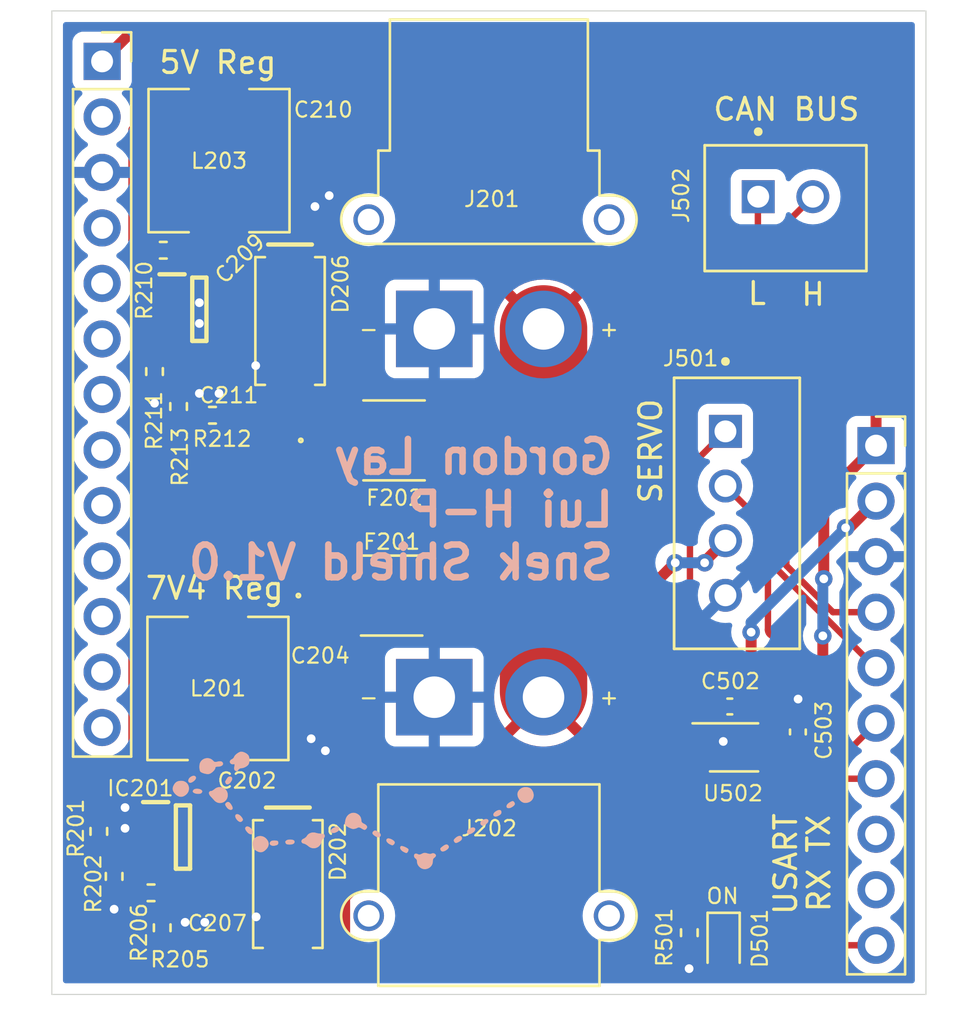
<source format=kicad_pcb>
(kicad_pcb (version 20211014) (generator pcbnew)
  (layers (0 "F.Cu" signal) (31 "B.Cu" signal) (35 "F.Paste" user) (36 "B.SilkS" user "B.Silkscreen") (37 "F.SilkS" user "F.Silkscreen") (38 "B.Mask" user) (39 "F.Mask" user) (44 "Edge.Cuts" user))
  (net 0 "")
  (net 1 "GND")
  (net 2 "+5V")
  (net 3 "+3V3")
  (net 4 "Net-(D501-Pad2)")
  (net 5 "Servo_RXD")
  (net 6 "Servo_TXD")
  (net 7 "Vdrive")
  (net 8 "Net-(C202-Pad1)")
  (net 9 "Net-(C202-Pad2)")
  (net 10 "Net-(IC201-Pad3)")
  (net 11 "Net-(IC201-Pad4)")
  (net 12 "Net-(IC202-Pad3)")
  (net 13 "Net-(IC202-Pad4)")
  (net 14 "VS")
  (net 15 "Net-(C207-Pad2)")
  (net 16 "Net-(C209-Pad1)")
  (net 17 "Net-(C209-Pad2)")
  (net 18 "Net-(C211-Pad2)")
  (net 19 "Net-(D501-Pad1)")
  (net 20 "SHIELD_UART4_TX")
  (net 21 "SHIELD_UART4_RX")
  (net 22 "SHIELD_CAN2H")
  (net 23 "SHIELD_CAN2L")
  (footprint "Resistor_SMD:R_0402_1005Metric" (layer "F.Cu") (at 5.8 18.1 -90)
    (fp_text reference "R213" hide)
    (fp_text value "10.2k")
  )
  (footprint "BM04B:SOT95P280X100-6N" (layer "F.Cu") (at 6.75 13.65)
    (fp_text reference "IC202" hide)
    (fp_text value "ADP2301AUJZ-R7" hide)
  )
  (footprint "SnapEDA Library:CAPC1005X55N" (layer "F.Cu") (at 6.537 35.4)
    (fp_text reference "C202")
    (fp_text value "0.1u ceramic X5R")
  )
  (footprint "SnapEDA Library:B230A-13-F" (layer "F.Cu") (at 10.8 39.95 -90)
    (fp_text reference "D202")
    (fp_text value "30V 2A" hide)
  )
  (footprint "SnapEDA Library:0ZCG0050FF2C" (layer "F.Cu") (at 15.6596 19.65)
    (fp_text reference "F202")
    (fp_text value "0ZCG0050FF2C" hide)
  )
  (footprint "SnapEDA Library:CAPC1608X90N" (layer "F.Cu") (at 11.917 31.4955 90)
    (fp_text reference "C204")
    (fp_text value "10u ceramic X5R")
  )
  (footprint "Capacitor_SMD:C_0402_1005Metric" (layer "F.Cu") (at 31.025 31.825)
    (fp_text reference "C502" hide)
    (fp_text value "100n")
  )
  (footprint "BM04B:SOT95P280X100-6N" (layer "F.Cu") (at 6 37.8)
    (fp_text reference "IC201" hide)
    (fp_text value "ADP2301AUJZ-R7" hide)
  )
  (footprint "Package_SO:VSSOP-8_2.3x2mm_P0.5mm" (layer "F.Cu") (at 31.22 33.695)
    (fp_text reference "U502" hide)
    (fp_text value "TXS0102DCU")
  )
  (footprint "SnapEDA Library:JST_B4B-XH-A(LF)(SN)" (layer "F.Cu") (at 31.35 22.9875 -90)
    (fp_text reference "J501")
    (fp_text value "Conn_01x04")
  )
  (footprint "Resistor_SMD:R_0402_1005Metric" (layer "F.Cu") (at 4.54 40.35 180)
    (fp_text reference "R206" hide)
    (fp_text value "10.2k")
  )
  (footprint "LED_SMD:LED_0603_1608Metric" (layer "F.Cu") (at 30.7425 42.75 -90)
    (fp_text reference "D501" hide)
    (fp_text value "GREEN")
  )
  (footprint "SnapEDA Library:CAPC1608X90N" (layer "F.Cu") (at 7.291 40.45)
    (fp_text reference "C207")
    (fp_text value "10u ceramic X5R")
  )
  (footprint "SnapEDA Library:CDRH5D28RHPNP-4R7NC" (layer "F.Cu") (at 7.6 31 90)
    (fp_text reference "L201")
    (fp_text value "4.7u 2.0A" hide)
  )
  (footprint "Connector_PinSocket_2.54mm:PinSocket_1x10_P2.54mm_Vertical" (layer "F.Cu") (at 37.717 19.89)
    (fp_text reference "J504" hide)
    (fp_text value "Conn_01x10")
  )
  (footprint "Resistor_SMD:R_0402_1005Metric" (layer "F.Cu") (at 2.15 37.54 -90)
    (fp_text reference "R201" hide)
    (fp_text value "56k")
  )
  (footprint "Resistor_SMD:R_0402_1005Metric" (layer "F.Cu") (at 2.85 39.6 -90)
    (fp_text reference "R202" hide)
    (fp_text value "6.8k")
  )
  (footprint "Resistor_SMD:R_0402_1005Metric" (layer "F.Cu") (at 29.1725 42.175 -90)
    (fp_text reference "R501" hide)
    (fp_text value "1k")
  )
  (footprint "Resistor_SMD:R_0402_1005Metric" (layer "F.Cu") (at 5.1 10.95)
    (fp_text reference "R210" hide)
    (fp_text value "52.3k")
  )
  (footprint "Resistor_SMD:R_0402_1005Metric" (layer "F.Cu") (at 7.35 18.5 180)
    (fp_text reference "R212" hide)
    (fp_text value "56k")
  )
  (footprint "SnapEDA Library:B230A-13-F" (layer "F.Cu") (at 10.9 14.188001 -90)
    (fp_text reference "D206")
    (fp_text value "30V 2A" hide)
  )
  (footprint "SnapEDA Library:0ZCG0050FF2C" (layer "F.Cu") (at 15.55 26.75)
    (fp_text reference "F201")
    (fp_text value "0ZCG0050FF2C" hide)
  )
  (footprint "SnapEDA Library:CAPC1005X55N" (layer "F.Cu") (at 7.25 11.15)
    (fp_text reference "C209")
    (fp_text value "0.1u ceramic X5R")
  )
  (footprint "SnapEDA Library:CAPC1608X90N" (layer "F.Cu") (at 11.917 6.491 90)
    (fp_text reference "C210")
    (fp_text value "10u ceramic X5R")
  )
  (footprint "SnapEDA Library:CAPC1608X90N" (layer "F.Cu") (at 7.5 16.25)
    (fp_text reference "C211")
    (fp_text value "10u ceramic X5R")
  )
  (footprint "Connector_AMASS:AMASS_XT30PW-M_1x02_P2.50mm_Horizontal" (layer "F.Cu") (at 17.5 31.4 180)
    (fp_text reference "J202" hide)
    (fp_text value "AMASS_XT30PW-M")
  )
  (footprint "Connector_AMASS:AMASS_XT30PW-F_1x02_P2.50mm_Horizontal" (layer "F.Cu") (at 17.5 14.55)
    (fp_text reference "J201" hide)
    (fp_text value "AMASS_XT30PW-F")
  )
  (footprint "Resistor_SMD:R_0402_1005Metric" (layer "F.Cu") (at 5.05 41.95 90)
    (fp_text reference "R205" hide)
    (fp_text value "56k")
  )
  (footprint "SnapEDA Library:CDRH5D28RHPNP-4R7NC" (layer "F.Cu") (at 7.65 6.85 90)
    (fp_text reference "L203")
    (fp_text value "4.7u 2.0A" hide)
  )
  (footprint "Capacitor_SMD:C_0402_1005Metric" (layer "F.Cu") (at 34.14 32.99 -90)
    (fp_text reference "C503" hide)
    (fp_text value "100n")
  )
  (footprint "Resistor_SMD:R_0402_1005Metric" (layer "F.Cu") (at 4.7 16.5 -90)
    (fp_text reference "R211" hide)
    (fp_text value "10k")
  )
  (footprint "Connector_PinSocket_2.54mm:PinSocket_1x13_P2.54mm_Vertical" (layer "F.Cu") (at 2.3 2.308)
    (fp_text reference "J506" hide)
    (fp_text value "Conn_01x13")
  )
  (footprint "SnapEDA Library:JST_B2B-XH-A(LF)(SN)" (layer "F.Cu") (at 33.575 8.5 180)
    (fp_text reference "J502")
    (fp_text value "Conn_01x02")
  )
  (gr_poly (pts (xy 6.455817 35.71364) (xy 6.458662 35.723346) (xy 6.463267 35.732666) (xy 6.46952 35.741586) (xy 6.477307 35.750086) (xy 6.486516 35.758151) (xy 6.497035 35.765764) (xy 6.508752 35.772908) (xy 6.521554 35.779567) (xy 6.535329 35.785722) (xy 6.565348 35.796459) (xy 6.59791 35.804984) (xy 6.632114 35.811163) (xy 6.667063 35.814861) (xy 6.701857 35.815944) (xy 6.735596 35.814279) (xy 6.75179 35.812373) (xy 6.767382 35.809729) (xy 6.782262 35.806331) (xy 6.796316 35.802162) (xy 6.809432 35.797205) (xy 6.821498 35.791443) (xy 6.832401 35.784859) (xy 6.842029 35.777437) (xy 6.850269 35.769159) (xy 6.85701 35.760009) (xy 6.862506 35.750447) (xy 6.86491 35.74592) (xy 6.867083 35.741551) (xy 6.869023 35.737328) (xy 6.87073 35.733244) (xy 6.872201 35.729287) (xy 6.873436 35.725448) (xy 6.874433 35.721718) (xy 6.875191 35.718087) (xy 6.875709 35.714545) (xy 6.875985 35.711082) (xy 6.876019 35.707689) (xy 6.875808 35.704357) (xy 6.875352 35.701074) (xy 6.874649 35.697833) (xy 6.873698 35.694622) (xy 6.872497 35.691433) (xy 6.871046 35.688255) (xy 6.869343 35.685079) (xy 6.867387 35.681895) (xy 6.865177 35.678694) (xy 6.86271 35.675466) (xy 6.859987 35.672201) (xy 6.857005 35.66889) (xy 6.853763 35.665522) (xy 6.846496 35.658579) (xy 6.838174 35.651296) (xy 6.828788 35.643593) (xy 6.820548 35.638136) (xy 6.811731 35.633011) (xy 6.802382 35.628217) (xy 6.792545 35.623756) (xy 6.771582 35.615835) (xy 6.749192 35.609253) (xy 6.725727 35.604013) (xy 6.701539 35.600123) (xy 6.676979 35.597587) (xy 6.652398 35.596409) (xy 6.628148 35.596596) (xy 6.60458 35.598152) (xy 6.582046 35.601083) (xy 6.560897 35.605394) (xy 6.541484 35.61109) (xy 6.532538 35.614458) (xy 6.524158 35.618175) (xy 6.516388 35.622241) (xy 6.509272 35.626656) (xy 6.502853 35.631422) (xy 6.497176 35.636538) (xy 6.492631 35.641205) (xy 6.488267 35.645929) (xy 6.4841 35.650684) (xy 6.480144 35.655445) (xy 6.476415 35.660184) (xy 6.47293 35.664877) (xy 6.469703 35.669498) (xy 6.46675 35.67402) (xy 6.464086 35.678419) (xy 6.461727 35.682668) (xy 6.459688 35.686741) (xy 6.457985 35.690612) (xy 6.456634 35.694256) (xy 6.45565 35.697647) (xy 6.455048 35.700759) (xy 6.454895 35.702202) (xy 6.454843 35.703566)) (layer "B.SilkS") (width 0.02) (fill solid))
  (gr_poly (pts (xy 5.538611 35.607556) (xy 5.539826 35.620663) (xy 5.541754 35.633687) (xy 5.544397 35.646641) (xy 5.547757 35.659534) (xy 5.551835 35.67238) (xy 5.556635 35.68519) (xy 5.562158 35.697976) (xy 5.568405 35.710748) (xy 5.575379 35.723519) (xy 5.583082 35.736301) (xy 5.591515 35.749104) (xy 5.600681 35.761941) (xy 5.610581 35.774824) (xy 5.632593 35.80077) (xy 5.657565 35.827038) (xy 5.671827 35.840845) (xy 5.686168 35.853826) (xy 5.700584 35.865978) (xy 5.715071 35.877302) (xy 5.729625 35.887796) (xy 5.744242 35.89746) (xy 5.758919 35.906293) (xy 5.773651 35.914295) (xy 5.788435 35.921465) (xy 5.803267 35.927803) (xy 5.818143 35.933307) (xy 5.833058 35.937977) (xy 5.84801 35.941813) (xy 5.862994 35.944813) (xy 5.878007 35.946977) (xy 5.893044 35.948305) (xy 5.908102 35.948796) (xy 5.923177 35.948449) (xy 5.938264 35.947264) (xy 5.953361 35.945239) (xy 5.968463 35.942375) (xy 5.983566 35.93867) (xy 5.998667 35.934125) (xy 6.013761 35.928737) (xy 6.028844 35.922507) (xy 6.043914 35.915435) (xy 6.058965 35.907518) (xy 6.073995 35.898758) (xy 6.088998 35.889152) (xy 6.103972 35.878701) (xy 6.118912 35.867404) (xy 6.133815 35.85526) (xy 6.156507 35.834876) (xy 6.176981 35.813483) (xy 6.195271 35.791188) (xy 6.211413 35.768099) (xy 6.225441 35.744323) (xy 6.237391 35.719966) (xy 6.247296 35.695137) (xy 6.255193 35.669941) (xy 6.261116 35.644488) (xy 6.265099 35.618883) (xy 6.267179 35.593235) (xy 6.267389 35.56765) (xy 6.265764 35.542235) (xy 6.26234 35.517098) (xy 6.257151 35.492346) (xy 6.250232 35.468086) (xy 6.241618 35.444426) (xy 6.231344 35.421472) (xy 6.219445 35.399333) (xy 6.205956 35.378114) (xy 6.190911 35.357924) (xy 6.174345 35.338869) (xy 6.156294 35.321058) (xy 6.136792 35.304596) (xy 6.115874 35.289591) (xy 6.093575 35.276151) (xy 6.069929 35.264383) (xy 6.044973 35.254394) (xy 6.01874 35.246291) (xy 5.991266 35.240181) (xy 5.962584 35.236172) (xy 5.932732 35.234371) (xy 5.9037 35.234293) (xy 5.876094 35.235404) (xy 5.849853 35.237735) (xy 5.837225 35.239367) (xy 5.824914 35.241316) (xy 5.812913 35.243585) (xy 5.801215 35.246179) (xy 5.789812 35.249101) (xy 5.778695 35.252354) (xy 5.767857 35.255944) (xy 5.75729 35.259873) (xy 5.746987 35.264146) (xy 5.73694 35.268767) (xy 5.727141 35.273739) (xy 5.717582 35.279066) (xy 5.708256 35.284752) (xy 5.699154 35.290802) (xy 5.69027 35.297218) (xy 5.681595 35.304005) (xy 5.673121 35.311167) (xy 5.664841 35.318707) (xy 5.656748 35.32663) (xy 5.648832 35.334938) (xy 5.641087 35.343638) (xy 5.633505 35.352731) (xy 5.626078 35.362222) (xy 5.618798 35.372115) (xy 5.604649 35.393121) (xy 5.586833 35.424349) (xy 5.571762 35.454595) (xy 5.56526 35.469379) (xy 5.55945 35.483953) (xy 5.554334 35.498327) (xy 5.549913 35.512514) (xy 5.54619 35.526526) (xy 5.543167 35.540373) (xy 5.540845 35.554068) (xy 5.539226 35.567622) (xy 5.538313 35.581047) (xy 5.538108 35.594354)) (layer "B.SilkS") (width 0.02) (fill solid))
  (gr_poly (pts (xy 18.40095 37.953967) (xy 18.401277 37.958367) (xy 18.401899 37.962819) (xy 18.402809 37.967336) (xy 18.404002 37.971934) (xy 18.405473 37.976626) (xy 18.407215 37.981427) (xy 18.409222 37.98635) (xy 18.414009 37.996621) (xy 18.422672 38.011503) (xy 18.431552 38.024396) (xy 18.436115 38.030094) (xy 18.440783 38.035293) (xy 18.445573 38.039993) (xy 18.4505 38.044191) (xy 18.455583 38.047889) (xy 18.460837 38.051084) (xy 18.466281 38.053777) (xy 18.471929 38.055966) (xy 18.4778 38.057652) (xy 18.483909 38.058834) (xy 18.490275 38.05951) (xy 18.496913 38.05968) (xy 18.503841 38.059344) (xy 18.511074 38.058501) (xy 18.518631 38.05715) (xy 18.526527 38.055291) (xy 18.543406 38.050045) (xy 18.561846 38.042758) (xy 18.581981 38.033424) (xy 18.603945 38.022039) (xy 18.627873 38.008597) (xy 18.653899 37.993094) (xy 18.669118 37.98329) (xy 18.683044 37.973698) (xy 18.69571 37.964281) (xy 18.707146 37.955005) (xy 18.717383 37.945831) (xy 18.726453 37.936725) (xy 18.730559 37.932186) (xy 18.734385 37.92765) (xy 18.737934 37.923112) (xy 18.741211 37.918569) (xy 18.74422 37.914016) (xy 18.746963 37.909448) (xy 18.749445 37.90486) (xy 18.751671 37.900248) (xy 18.753643 37.895608) (xy 18.755366 37.890935) (xy 18.756843 37.886225) (xy 18.758079 37.881472) (xy 18.759077 37.876674) (xy 18.759841 37.871824) (xy 18.760375 37.866918) (xy 18.760683 37.861953) (xy 18.760769 37.856922) (xy 18.760637 37.851823) (xy 18.76029 37.84665) (xy 18.759732 37.841399) (xy 18.758082 37.831136) (xy 18.75579 37.821515) (xy 18.752877 37.812536) (xy 18.749363 37.804199) (xy 18.745267 37.796506) (xy 18.740609 37.789456) (xy 18.735411 37.783052) (xy 18.729691 37.777293) (xy 18.72347 37.772179) (xy 18.716767 37.767713) (xy 18.709604 37.763893) (xy 18.701999 37.760722) (xy 18.693973 37.758199) (xy 18.685546 37.756325) (xy 18.676738 37.755101) (xy 18.667569 37.754527) (xy 18.658059 37.754605) (xy 18.648227 37.755334) (xy 18.638095 37.756716) (xy 18.627682 37.758751) (xy 18.617007 37.76144) (xy 18.606092 37.764783) (xy 18.594956 37.768781) (xy 18.583619 37.773434) (xy 18.572101 37.778744) (xy 18.560422 37.784711) (xy 18.536662 37.798618) (xy 18.5125 37.81516) (xy 18.488094 37.834343) (xy 18.472418 37.848336) (xy 18.458432 37.861284) (xy 18.446089 37.873302) (xy 18.435343 37.884504) (xy 18.430554 37.889834) (xy 18.426147 37.895003) (xy 18.422116 37.900025) (xy 18.418455 37.904913) (xy 18.415158 37.909683) (xy 18.41222 37.914347) (xy 18.409634 37.918922) (xy 18.407396 37.92342) (xy 18.405498 37.927856) (xy 18.403936 37.932245) (xy 18.402703 37.936599) (xy 18.401794 37.940935) (xy 18.401203 37.945265) (xy 18.400923 37.949604)) (layer "B.SilkS") (width 0.02) (fill solid))
  (gr_poly (pts (xy 15.314901 37.954885) (xy 15.316206 37.963203) (xy 15.318252 37.971685) (xy 15.321031 37.980305) (xy 15.324533 37.98904) (xy 15.328749 37.997862) (xy 15.333671 38.006749) (xy 15.339289 38.015673) (xy 15.345595 38.02461) (xy 15.352579 38.033535) (xy 15.360232 38.042422) (xy 15.368545 38.051247) (xy 15.37751 38.059983) (xy 15.387116 38.068607) (xy 15.397356 38.077093) (xy 15.408219 38.085415) (xy 15.419698 38.093549) (xy 15.431782 38.101468) (xy 15.444464 38.109149) (xy 15.457733 38.116565) (xy 15.479056 38.127731) (xy 15.498178 38.137429) (xy 15.515295 38.14568) (xy 15.523162 38.14927) (xy 15.530603 38.152505) (xy 15.53764 38.155389) (xy 15.544299 38.157924) (xy 15.550603 38.160113) (xy 15.556579 38.161959) (xy 15.562249 38.163463) (xy 15.567639 38.164629) (xy 15.572773 38.165459) (xy 15.577676 38.165955) (xy 15.582373 38.166121) (xy 15.586887 38.165959) (xy 15.591243 38.165471) (xy 15.595467 38.16466) (xy 15.599582 38.163528) (xy 15.603613 38.162079) (xy 15.607584 38.160315) (xy 15.611521 38.158238) (xy 15.615447 38.155851) (xy 15.619388 38.153156) (xy 15.623367 38.150157) (xy 15.62741 38.146855) (xy 15.631541 38.143254) (xy 15.635784 38.139355) (xy 15.644705 38.130677) (xy 15.647629 38.12797) (xy 15.650449 38.125147) (xy 15.65577 38.119184) (xy 15.660657 38.112849) (xy 15.665099 38.106203) (xy 15.669087 38.099309) (xy 15.67261 38.09223) (xy 15.675657 38.085026) (xy 15.678218 38.07776) (xy 15.680283 38.070495) (xy 15.681842 38.063291) (xy 15.682885 38.056211) (xy 15.6834 38.049318) (xy 15.683377 38.042672) (xy 15.682807 38.036336) (xy 15.682313 38.033304) (xy 15.681679 38.030373) (xy 15.680902 38.02755) (xy 15.679982 38.024843) (xy 15.676809 38.0175) (xy 15.67262 38.01004) (xy 15.667475 38.002492) (xy 15.661434 37.994885) (xy 15.646899 37.979606) (xy 15.629491 37.96443) (xy 15.609685 37.949585) (xy 15.587957 37.935299) (xy 15.564782 37.921797) (xy 15.540635 37.909309) (xy 15.515993 37.898061) (xy 15.491329 37.88828) (xy 15.46712 37.880194) (xy 15.443842 37.874031) (xy 15.421969 37.870017) (xy 15.411708 37.868888) (xy 15.401977 37.868381) (xy 15.392835 37.868525) (xy 15.384342 37.869349) (xy 15.376556 37.870881) (xy 15.369538 37.873149) (xy 15.36038 37.877041) (xy 15.35208 37.881425) (xy 15.344631 37.886275) (xy 15.338022 37.891566) (xy 15.332246 37.897274) (xy 15.327292 37.903372) (xy 15.323153 37.909836) (xy 15.319818 37.91664) (xy 15.317279 37.923759) (xy 15.315527 37.931169) (xy 15.314553 37.938843) (xy 15.314347 37.946757)) (layer "B.SilkS") (width 0.02) (fill solid))
  (gr_poly (pts (xy 12.7668 37.545053) (xy 12.769565 37.554767) (xy 12.773737 37.563881) (xy 12.779289 37.572325) (xy 12.786198 37.580027) (xy 12.794439 37.586917) (xy 12.803987 37.592923) (xy 12.814818 37.597974) (xy 12.826908 37.601999) (xy 12.840231 37.604928) (xy 12.854763 37.606689) (xy 12.87048 37.60721) (xy 12.887358 37.606422) (xy 12.905371 37.604253) (xy 12.924494 37.600631) (xy 12.944705 37.595487) (xy 12.965977 37.588748) (xy 12.988287 37.580344) (xy 13.001877 37.57466) (xy 13.014865 37.568858) (xy 13.027247 37.562942) (xy 13.03902 37.556917) (xy 13.05018 37.550789) (xy 13.060725 37.544563) (xy 13.07065 37.538244) (xy 13.079954 37.531837) (xy 13.088633 37.525347) (xy 13.096683 37.51878) (xy 13.104101 37.51214) (xy 13.110884 37.505434) (xy 13.11703 37.498665) (xy 13.122533 37.491839) (xy 13.127392 37.484962) (xy 13.131603 37.478038) (xy 13.135163 37.471073) (xy 13.138069 37.464072) (xy 13.140317 37.45704) (xy 13.141904 37.449981) (xy 13.142827 37.442903) (xy 13.143083 37.435808) (xy 13.142669 37.428704) (xy 13.14158 37.421594) (xy 13.139815 37.414484) (xy 13.13737 37.407379) (xy 13.134241 37.400285) (xy 13.130425 37.393206) (xy 13.12592 37.386148) (xy 13.120722 37.379116) (xy 13.114827 37.372115) (xy 13.108232 37.365149) (xy 13.099851 37.356509) (xy 13.091785 37.349109) (xy 13.083854 37.342949) (xy 13.075876 37.33803) (xy 13.071813 37.336035) (xy 13.06767 37.33435) (xy 13.063426 37.332975) (xy 13.059057 37.331911) (xy 13.05454 37.331156) (xy 13.049854 37.330712) (xy 13.044975 37.330578) (xy 13.039881 37.330753) (xy 13.028958 37.332035) (xy 13.016903 37.334557) (xy 13.003535 37.338318) (xy 12.988674 37.343321) (xy 12.972138 37.349563) (xy 12.953747 37.357046) (xy 12.910677 37.375732) (xy 12.889413 37.385911) (xy 12.869923 37.396556) (xy 12.852182 37.407597) (xy 12.836166 37.418961) (xy 12.82185 37.430579) (xy 12.80921 37.442379) (xy 12.798221 37.454291) (xy 12.788858 37.466242) (xy 12.781097 37.478162) (xy 12.774914 37.48998) (xy 12.770283 37.501625) (xy 12.767181 37.513026) (xy 12.765583 37.524112) (xy 12.765464 37.534811)) (layer "B.SilkS") (width 0.02) (fill solid))
  (gr_poly (pts (xy 8.399475 36.849884) (xy 8.401487 36.863543) (xy 8.404822 36.877655) (xy 8.409397 36.892118) (xy 8.41513 36.906831) (xy 8.421938 36.921695) (xy 8.429737 36.936607) (xy 8.438446 36.951468) (xy 8.447982 36.966176) (xy 8.458263 36.980631) (xy 8.469204 36.994733) (xy 8.480725 37.008379) (xy 8.492741 37.02147) (xy 8.505171 37.033904) (xy 8.517931 37.045582) (xy 8.53094 37.056402) (xy 8.544114 37.066263) (xy 8.557371 37.075065) (xy 8.570628 37.082706) (xy 8.583802 37.089087) (xy 8.59681 37.094106) (xy 8.609571 37.097662) (xy 8.622001 37.099656) (xy 8.634017 37.099985) (xy 8.645538 37.09855) (xy 8.656479 37.095249) (xy 8.666759 37.089982) (xy 8.682881 37.079502) (xy 8.696842 37.069146) (xy 8.703009 37.063976) (xy 8.708633 37.05879) (xy 8.713711 37.053574) (xy 8.718243 37.04831) (xy 8.722227 37.042985) (xy 8.725662 37.037582) (xy 8.728547 37.032087) (xy 8.73088 37.026482) (xy 8.73266 37.020754) (xy 8.733886 37.014886) (xy 8.734556 37.008863) (xy 8.734669 37.00267) (xy 8.734225 36.996291) (xy 8.733221 36.98971) (xy 8.731656 36.982912) (xy 8.729529 36.975881) (xy 8.726839 36.968602) (xy 8.723585 36.96106) (xy 8.719765 36.953239) (xy 8.715377 36.945123) (xy 8.704895 36.927946) (xy 8.69213 36.909404) (xy 8.677069 36.889375) (xy 8.659704 36.867733) (xy 8.651407 36.858339) (xy 8.643058 36.849341) (xy 8.634667 36.840744) (xy 8.626246 36.832551) (xy 8.617803 36.824767) (xy 8.609351 36.817395) (xy 8.600898 36.810438) (xy 8.592456 36.803902) (xy 8.584034 36.797789) (xy 8.575644 36.792104) (xy 8.567295 36.786851) (xy 8.558997 36.782033) (xy 8.550762 36.777654) (xy 8.542598 36.773718) (xy 8.534518 36.770229) (xy 8.526531 36.767191) (xy 8.518646 36.764608) (xy 8.510876 36.762483) (xy 8.50323 36.760821) (xy 8.495717 36.759626) (xy 8.48835 36.7589) (xy 8.481138 36.758649) (xy 8.474091 36.758876) (xy 8.46722 36.759584) (xy 8.460534 36.760779) (xy 8.454046 36.762463) (xy 8.447763 36.76464) (xy 8.441698 36.767315) (xy 8.435861 36.770491) (xy 8.430261 36.774173) (xy 8.424909 36.778363) (xy 8.419815 36.783066) (xy 8.412153 36.791896) (xy 8.40631 36.801783) (xy 8.402204 36.812626) (xy 8.399751 36.824325) (xy 8.398869 36.836777)) (layer "B.SilkS") (width 0.02) (fill solid))
  (gr_poly (pts (xy 19.013979 37.570112) (xy 19.014718 37.580427) (xy 19.015944 37.590124) (xy 19.017652 37.599202) (xy 19.019839 37.607663) (xy 19.022499 37.615507) (xy 19.025627 37.622735) (xy 19.029221 37.629347) (xy 19.033274 37.635344) (xy 19.037783 37.640727) (xy 19.042742 37.645496) (xy 19.048148 37.649652) (xy 19.053996 37.653196) (xy 19.060281 37.656128) (xy 19.066999 37.658449) (xy 19.074145 37.660159) (xy 19.081715 37.66126) (xy 19.089704 37.661752) (xy 19.098108 37.661635) (xy 19.106922 37.66091) (xy 19.116141 37.659578) (xy 19.125762 37.65764) (xy 19.135779 37.655096) (xy 19.146189 37.651946) (xy 19.168166 37.643834) (xy 19.191657 37.633308) (xy 19.216627 37.620374) (xy 19.243038 37.605037) (xy 19.263249 37.592016) (xy 19.281575 37.57879) (xy 19.29805 37.565427) (xy 19.312711 37.55199) (xy 19.325595 37.538546) (xy 19.336738 37.525159) (xy 19.346175 37.511895) (xy 19.353942 37.498818) (xy 19.360077 37.485995) (xy 19.364615 37.473491) (xy 19.367593 37.46137) (xy 19.369046 37.449698) (xy 19.36901 37.438541) (xy 19.367523 37.427962) (xy 19.36462 37.418029) (xy 19.360337 37.408805) (xy 19.35471 37.400356) (xy 19.347776 37.392748) (xy 19.33957 37.386046) (xy 19.33013 37.380314) (xy 19.319491 37.375619) (xy 19.307689 37.372024) (xy 19.29476 37.369597) (xy 19.280741 37.368401) (xy 19.265668 37.368502) (xy 19.249577 37.369966) (xy 19.232504 37.372857) (xy 19.214485 37.377241) (xy 19.195557 37.383183) (xy 19.175755 37.390748) (xy 19.155116 37.400002) (xy 19.133676 37.41101) (xy 19.118377 37.419573) (xy 19.104214 37.428084) (xy 19.091167 37.436574) (xy 19.079216 37.445075) (xy 19.06834 37.453617) (xy 19.058518 37.462232) (xy 19.04973 37.47095) (xy 19.045717 37.475357) (xy 19.041954 37.479802) (xy 19.03844 37.484288) (xy 19.035171 37.48882) (xy 19.032145 37.4934) (xy 19.029359 37.498033) (xy 19.026811 37.502724) (xy 19.024498 37.507475) (xy 19.022417 37.51229) (xy 19.020567 37.517174) (xy 19.018944 37.522131) (xy 19.017545 37.527163) (xy 19.016369 37.532276) (xy 19.015413 37.537473) (xy 19.014673 37.542758) (xy 19.014149 37.548134) (xy 19.013835 37.553606) (xy 19.013732 37.559177)) (layer "B.SilkS") (width 0.02) (fill solid))
  (gr_poly (pts (xy 7.939762 35.275817) (xy 7.940283 35.279283) (xy 7.941058 35.282835) (xy 7.942077 35.286516) (xy 7.944801 35.294452) (xy 7.948368 35.303452) (xy 7.957677 35.326094) (xy 7.961198 35.334042) (xy 7.965135 35.341352) (xy 7.969468 35.348026) (xy 7.974179 35.354068) (xy 7.979249 35.359479) (xy 7.98466 35.364262) (xy 7.990392 35.36842) (xy 7.996427 35.371955) (xy 8.002747 35.37487) (xy 8.009332 35.377167) (xy 8.016163 35.37885) (xy 8.023223 35.37992) (xy 8.030492 35.38038) (xy 8.037952 35.380233) (xy 8.045583 35.379482) (xy 8.053368 35.378128) (xy 8.061286 35.376175) (xy 8.069321 35.373625) (xy 8.077452 35.370481) (xy 8.085662 35.366745) (xy 8.093931 35.362421) (xy 8.10224 35.357509) (xy 8.110572 35.352014) (xy 8.118907 35.345937) (xy 8.127226 35.339281) (xy 8.135511 35.33205) (xy 8.143744 35.324244) (xy 8.151904 35.315868) (xy 8.159974 35.306923) (xy 8.167935 35.297413) (xy 8.175768 35.287339) (xy 8.183454 35.276704) (xy 8.191754 35.264882) (xy 8.199455 35.253236) (xy 8.20656 35.241776) (xy 8.213069 35.230512) (xy 8.218983 35.219455) (xy 8.224305 35.208615) (xy 8.229035 35.198003) (xy 8.233174 35.187628) (xy 8.236724 35.177501) (xy 8.239687 35.167633) (xy 8.242063 35.158033) (xy 8.243854 35.148712) (xy 8.245061 35.139681) (xy 8.245685 35.130949) (xy 8.245728 35.122528) (xy 8.24519 35.114427) (xy 8.244074 35.106656) (xy 8.242381 35.099227) (xy 8.240111 35.092149) (xy 8.237267 35.085433) (xy 8.233848 35.079089) (xy 8.229858 35.073127) (xy 8.225296 35.067558) (xy 8.220165 35.062392) (xy 8.214465 35.057639) (xy 8.208199 35.053311) (xy 8.201366 35.049416) (xy 8.193969 35.045966) (xy 8.186008 35.04297) (xy 8.177485 35.04044) (xy 8.168402 35.038385) (xy 8.15876 35.036815) (xy 8.148336 35.035911) (xy 8.138206 35.035864) (xy 8.133241 35.036173) (xy 8.128335 35.036707) (xy 8.123485 35.037471) (xy 8.118686 35.038469) (xy 8.113934 35.039705) (xy 8.109223 35.041182) (xy 8.104551 35.042905) (xy 8.099911 35.044877) (xy 8.095299 35.047102) (xy 8.090711 35.049585) (xy 8.086143 35.052328) (xy 8.08159 35.055336) (xy 8.072509 35.062163) (xy 8.063434 35.070095) (xy 8.054328 35.079164) (xy 8.045154 35.089401) (xy 8.035878 35.100837) (xy 8.026461 35.113503) (xy 8.016869 35.12743) (xy 8.007065 35.142649) (xy 7.961149 35.217945) (xy 7.953972 35.230387) (xy 7.94834 35.240999) (xy 7.946076 35.245733) (xy 7.944165 35.250144) (xy 7.942597 35.25428) (xy 7.94136 35.258184) (xy 7.940444 35.261902) (xy 7.939837 35.265479) (xy 7.939528 35.26896) (xy 7.939507 35.272391)) (layer "B.SilkS") (width 0.02) (fill solid))
  (gr_poly (pts (xy 19.615973 37.173859) (xy 19.617257 37.181312) (xy 19.619191 37.188726) (xy 19.621778 37.196091) (xy 19.625021 37.203399) (xy 19.628924 37.210642) (xy 19.63349 37.217811) (xy 19.638721 37.224899) (xy 19.644622 37.231896) (xy 19.651195 37.238794) (xy 19.658444 37.245584) (xy 19.666371 37.25226) (xy 19.674205 37.258375) (xy 19.681909 37.263477) (xy 19.689603 37.267546) (xy 19.697405 37.27056) (xy 19.701384 37.271666) (xy 19.705435 37.2725) (xy 19.709572 37.27306) (xy 19.713811 37.273344) (xy 19.718165 37.273349) (xy 19.722652 37.273072) (xy 19.732076 37.271663) (xy 19.742204 37.269096) (xy 19.753153 37.265352) (xy 19.765043 37.260408) (xy 19.777992 37.254245) (xy 19.79212 37.246841) (xy 19.807544 37.238177) (xy 19.824385 37.22823) (xy 19.84276 37.216982) (xy 19.862972 37.20396) (xy 19.881297 37.190735) (xy 19.897772 37.177371) (xy 19.912434 37.163934) (xy 19.925318 37.15049) (xy 19.93646 37.137103) (xy 19.945897 37.123839) (xy 19.953665 37.110763) (xy 19.9598 37.09794) (xy 19.964338 37.085435) (xy 19.967315 37.073315) (xy 19.968768 37.061643) (xy 19.968733 37.050485) (xy 19.967245 37.039907) (xy 19.964342 37.029973) (xy 19.960059 37.020749) (xy 19.954432 37.012301) (xy 19.947498 37.004693) (xy 19.939293 36.99799) (xy 19.929852 36.992258) (xy 19.919213 36.987563) (xy 19.907411 36.983969) (xy 19.894482 36.981541) (xy 19.880463 36.980345) (xy 19.86539 36.980446) (xy 19.849299 36.98191) (xy 19.832226 36.984801) (xy 19.814207 36.989185) (xy 19.795279 36.995127) (xy 19.775477 37.002693) (xy 19.754838 37.011947) (xy 19.733399 37.022954) (xy 19.721782 37.029309) (xy 19.710748 37.0358) (xy 19.700299 37.042419) (xy 19.690438 37.049158) (xy 19.681169 37.056007) (xy 19.672495 37.062959) (xy 19.66442 37.070006) (xy 19.656945 37.077139) (xy 19.650075 37.084349) (xy 19.643813 37.091628) (xy 19.638162 37.098968) (xy 19.633126 37.10636) (xy 19.628707 37.113796) (xy 19.624908 37.121268) (xy 19.621734 37.128766) (xy 19.619187 37.136284) (xy 19.61727 37.143812) (xy 19.615988 37.151342) (xy 19.615341 37.158865) (xy 19.615336 37.166373)) (layer "B.SilkS") (width 0.02) (fill solid))
  (gr_poly (pts (xy 16.580731 38.658282) (xy 16.58133 38.666017) (xy 16.582383 38.673815) (xy 16.583888 38.681643) (xy 16.585839 38.689468) (xy 16.588234 38.697258) (xy 16.591067 38.70498) (xy 16.594337 38.712604) (xy 16.598037 38.720095) (xy 16.602166 38.727423) (xy 16.606718 38.734554) (xy 16.611689 38.741456) (xy 16.617077 38.748098) (xy 16.622877 38.754446) (xy 16.629086 38.760469) (xy 16.635698 38.766133) (xy 16.642711 38.771408) (xy 16.650121 38.77626) (xy 16.658471 38.782462) (xy 16.66632 38.789165) (xy 16.673662 38.796375) (xy 16.680493 38.804096) (xy 16.686807 38.812334) (xy 16.692599 38.821094) (xy 16.697864 38.830382) (xy 16.702597 38.840201) (xy 16.706792 38.850558) (xy 16.710445 38.861457) (xy 16.71355 38.872904) (xy 16.716102 38.884905) (xy 16.718095 38.897463) (xy 16.719526 38.910584) (xy 16.720388 38.924274) (xy 16.720677 38.938538) (xy 16.721025 38.951113) (xy 16.722058 38.96369) (xy 16.723758 38.97625) (xy 16.726106 38.988774) (xy 16.729085 39.001245) (xy 16.732676 39.013642) (xy 16.736861 39.025947) (xy 16.741623 39.038143) (xy 16.746942 39.050208) (xy 16.752802 39.062126) (xy 16.759184 39.073878) (xy 16.766069 39.085444) (xy 16.781279 39.107944) (xy 16.798288 39.129479) (xy 16.81695 39.149897) (xy 16.837121 39.169049) (xy 16.858656 39.186785) (xy 16.881411 39.202956) (xy 16.90524 39.217411) (xy 16.917513 39.223948) (xy 16.93 39.23) (xy 16.942684 39.235548) (xy 16.955546 39.240574) (xy 16.968568 39.245058) (xy 16.981732 39.248983) (xy 17.002561 39.253308) (xy 17.02335 39.256381) (xy 17.044057 39.258232) (xy 17.064642 39.258891) (xy 17.085064 39.258386) (xy 17.105283 39.256749) (xy 17.125257 39.254009) (xy 17.144947 39.250195) (xy 17.164311 39.245337) (xy 17.183309 39.239465) (xy 17.2019 39.232609) (xy 17.220043 39.224798) (xy 17.237698 39.216061) (xy 17.254824 39.20643) (xy 17.271381 39.195933) (xy 17.287326 39.1846) (xy 17.302621 39.172461) (xy 17.317224 39.159546) (xy 17.331094 39.145883) (xy 17.344191 39.131504) (xy 17.356474 39.116438) (xy 17.367903 39.100714) (xy 17.378436 39.084362) (xy 17.388033 39.067412) (xy 17.396654 39.049893) (xy 17.404257 39.031836) (xy 17.410802 39.01327) (xy 17.416249 38.994224) (xy 17.420555 38.974729) (xy 17.423682 38.954814) (xy 17.425588 38.934509) (xy 17.426232 38.913843) (xy 17.426482 38.897717) (xy 17.427238 38.882396) (xy 17.428511 38.867862) (xy 17.430311 38.854092) (xy 17.432649 38.841066) (xy 17.434022 38.834825) (xy 17.435534 38.828763) (xy 17.437185 38.822877) (xy 17.438977 38.817164) (xy 17.440911 38.811621) (xy 17.442989 38.806246) (xy 17.445211 38.801037) (xy 17.447579 38.79599) (xy 17.450095 38.791104) (xy 17.452759 38.786375) (xy 17.455573 38.781801) (xy 17.458538 38.77738) (xy 17.461656 38.773108) (xy 17.464927 38.768984) (xy 17.468353 38.765005) (xy 17.471936 38.761167) (xy 17.475676 38.757469) (xy 17.479576 38.753908) (xy 17.483635 38.750482) (xy 17.487856 38.747187) (xy 17.49224 38.744022) (xy 17.496788 38.740983) (xy 17.503975 38.736153) (xy 17.51096 38.730957) (xy 17.517708 38.725441) (xy 17.524183 38.71965) (xy 17.530347 38.713633) (xy 17.536165 38.707434) (xy 17.5416 38.701101) (xy 17.546617 38.69468) (xy 17.551179 38.688218) (xy 17.555251 38.681761) (xy 17.558795 38.675356) (xy 17.561776 38.669049) (xy 17.564157 38.662886) (xy 17.565112 38.659874) (xy 17.565903 38.656915) (xy 17.566527 38.654016) (xy 17.566977 38.651181) (xy 17.567251 38.648418) (xy 17.567343 38.645732) (xy 17.567027 38.638861) (xy 17.566097 38.632146) (xy 17.564579 38.625599) (xy 17.5625 38.619232) (xy 17.559885 38.613056) (xy 17.556763 38.607083) (xy 17.553158 38.601325) (xy 17.549098 38.595792) (xy 17.544609 38.590497) (xy 17.539718 38.585452) (xy 17.534451 38.580667) (xy 17.528834 38.576155) (xy 17.522894 38.571927) (xy 17.516658 38.567995) (xy 17.510152 38.564371) (xy 17.503402 38.561065) (xy 17.496436 38.558091) (xy 17.489278 38.555459) (xy 17.481957 38.55318) (xy 17.474498 38.551268) (xy 17.466928 38.549732) (xy 17.459273 38.548586) (xy 17.45156 38.54784) (xy 17.443816 38.547506) (xy 17.436066 38.547595) (xy 17.428338 38.548121) (xy 17.420657 38.549093) (xy 17.413051 38.550523) (xy 17.405545 38.552424) (xy 17.398167 38.554807) (xy 17.390943 38.557684) (xy 17.383898 38.561065) (xy 17.375633 38.564784) (xy 17.366721 38.567997) (xy 17.357179 38.570693) (xy 17.347022 38.572862) (xy 17.336265 38.574493) (xy 17.324925 38.575576) (xy 17.313016 38.576102) (xy 17.300554 38.576059) (xy 17.287555 38.575437) (xy 17.274034 38.574226) (xy 17.260007 38.572415) (xy 17.245488 38.569995) (xy 17.230494 38.566955) (xy 17.21504 38.563284) (xy 17.199142 38.558972) (xy 17.182815 38.55401) (xy 17.162445 38.547852) (xy 17.143548 38.542613) (xy 17.125943 38.538305) (xy 17.109449 38.534938) (xy 17.093885 38.532521) (xy 17.07907 38.531066) (xy 17.064824 38.530582) (xy 17.050965 38.531079) (xy 17.037313 38.532569) (xy 17.023687 38.535062) (xy 17.009906 38.538567) (xy 16.995788 38.543096) (xy 16.981155 38.548658) (xy 16.965823 38.555264) (xy 16.949613 38.562924) (xy 16.932344 38.571649) (xy 16.916912 38.579133) (xy 16.902323 38.585719) (xy 16.888509 38.591415) (xy 16.875402 38.596233) (xy 16.862937 38.600183) (xy 16.851045 38.603275) (xy 16.83966 38.605519) (xy 16.828714 38.606927) (xy 16.823385 38.60732) (xy 16.818141 38.607507) (xy 16.812972 38.607491) (xy 16.807872 38.607271) (xy 16.80283 38.60685) (xy 16.79784 38.606229) (xy 16.792893 38.605409) (xy 16.78798 38.604391) (xy 16.778222 38.601768) (xy 16.768501 38.598369) (xy 16.758749 38.594205) (xy 16.748899 38.589287) (xy 16.741467 38.585485) (xy 16.733761 38.582019) (xy 16.725838 38.578893) (xy 16.717755 38.576114) (xy 16.709569 38.573686) (xy 16.701336 38.571615) (xy 16.693114 38.569905) (xy 16.684958 38.568562) (xy 16.676927 38.567592) (xy 16.669076 38.566998) (xy 16.661464 38.566787) (xy 16.654145 38.566964) (xy 16.647179 38.567533) (xy 16.64062 38.5685) (xy 16.634526 38.56987) (xy 16.628955 38.571649) (xy 16.622267 38.574579) (xy 16.616092 38.578055) (xy 16.610427 38.582046) (xy 16.605266 38.586518) (xy 16.600607 38.59144) (xy 16.596445 38.596779) (xy 16.592776 38.602504) (xy 16.589598 38.608581) (xy 16.586905 38.614978) (xy 16.584694 38.621663) (xy 16.582961 38.628605) (xy 16.581702 38.635769) (xy 16.580913 38.643125) (xy 16.580591 38.65064)) (layer "B.SilkS") (width 0.02) (fill solid))
  (gr_poly (pts (xy 15.946 38.295398) (xy 15.947225 38.303634) (xy 15.949117 38.31203) (xy 15.951664 38.320562) (xy 15.954854 38.329204) (xy 15.958676 38.337933) (xy 15.963119 38.346725) (xy 15.968169 38.355553) (xy 15.973817 38.364395) (xy 15.98005 38.373225) (xy 15.986856 38.382019) (xy 15.994225 38.390752) (xy 16.002143 38.3994) (xy 16.010601 38.407938) (xy 16.019585 38.416341) (xy 16.029085 38.424586) (xy 16.039089 38.432648) (xy 16.049586 38.440501) (xy 16.060562 38.448122) (xy 16.072008 38.455485) (xy 16.083911 38.462567) (xy 16.09626 38.469343) (xy 16.119326 38.481127) (xy 16.139737 38.49135) (xy 16.157729 38.500023) (xy 16.165892 38.503782) (xy 16.17354 38.507156) (xy 16.180702 38.510149) (xy 16.187409 38.51276) (xy 16.193688 38.514991) (xy 16.199572 38.516844) (xy 16.205088 38.518319) (xy 16.210267 38.519419) (xy 16.215138 38.520144) (xy 16.219732 38.520496) (xy 16.224078 38.520475) (xy 16.228206 38.520084) (xy 16.232144 38.519323) (xy 16.235924 38.518194) (xy 16.239575 38.516699) (xy 16.243126 38.514837) (xy 16.246608 38.512611) (xy 16.250049 38.510023) (xy 16.25348 38.507072) (xy 16.256931 38.503761) (xy 16.26043 38.500091) (xy 16.264009 38.496063) (xy 16.271521 38.486939) (xy 16.279705 38.476399) (xy 16.284208 38.469008) (xy 16.288448 38.46142) (xy 16.292409 38.453687) (xy 16.296076 38.445862) (xy 16.299432 38.437995) (xy 16.302463 38.430138) (xy 16.305152 38.422344) (xy 16.307486 38.414663) (xy 16.309447 38.407147) (xy 16.31102 38.399849) (xy 16.312191 38.392819) (xy 16.312942 38.38611) (xy 16.31326 38.379773) (xy 16.313128 38.373859) (xy 16.312532 38.368421) (xy 16.312054 38.365896) (xy 16.311454 38.36351) (xy 16.308471 38.357739) (xy 16.304203 38.351693) (xy 16.298733 38.34541) (xy 16.292141 38.338926) (xy 16.275914 38.325497) (xy 16.256168 38.311696) (xy 16.233548 38.297812) (xy 16.208701 38.284135) (xy 16.182273 38.270954) (xy 16.154909 38.258559) (xy 16.127257 38.247238) (xy 16.09996 38.237282) (xy 16.073666 38.228979) (xy 16.049021 38.22262) (xy 16.02667 38.218492) (xy 16.00726 38.216887) (xy 15.998859 38.21712) (xy 15.991435 38.218093) (xy 15.98507 38.21984) (xy 15.979843 38.222399) (xy 15.972968 38.227252) (xy 15.966888 38.232536) (xy 15.961591 38.238225) (xy 15.957064 38.244296) (xy 15.953298 38.250723) (xy 15.950279 38.257482) (xy 15.947997 38.264548) (xy 15.94644 38.271898) (xy 15.945595 38.279506) (xy 15.945453 38.287347)) (layer "B.SilkS") (width 0.02) (fill solid))
  (gr_poly (pts (xy 7.196124 35.787426) (xy 7.196482 35.793738) (xy 7.19719 35.800172) (xy 7.198245 35.806719) (xy 7.199645 35.813368) (xy 7.203465 35.826936) (xy 7.208623 35.840798) (xy 7.215094 35.854877) (xy 7.222852 35.869096) (xy 7.23187 35.883377) (xy 7.242123 35.897642) (xy 7.253586 35.911814) (xy 7.266232 35.925816) (xy 7.346048 36.013128) (xy 7.393728 36.065714) (xy 7.439093 36.116316) (xy 7.460067 36.137665) (xy 7.481912 36.156759) (xy 7.504527 36.173637) (xy 7.527811 36.188339) (xy 7.551664 36.200904) (xy 7.575984 36.211372) (xy 7.600671 36.219782) (xy 7.625625 36.226173) (xy 7.650743 36.230585) (xy 7.675927 36.233057) (xy 7.701074 36.233629) (xy 7.726084 36.23234) (xy 7.750856 36.229229) (xy 7.77529 36.224336) (xy 7.799285 36.2177) (xy 7.822739 36.209361) (xy 7.845553 36.199358) (xy 7.867625 36.18773) (xy 7.888855 36.174517) (xy 7.909142 36.159758) (xy 7.928385 36.143493) (xy 7.946484 36.125761) (xy 7.963337 36.106602) (xy 7.978843 36.086054) (xy 7.992903 36.064157) (xy 8.005415 36.040951) (xy 8.016279 36.016476) (xy 8.025394 35.990769) (xy 8.032658 35.963872) (xy 8.037972 35.935823) (xy 8.041234 35.906661) (xy 8.042343 35.876426) (xy 8.041324 35.847773) (xy 8.038323 35.820047) (xy 8.033425 35.793288) (xy 8.026716 35.767534) (xy 8.018282 35.742823) (xy 8.008206 35.719196) (xy 7.996575 35.696689) (xy 7.983474 35.675343) (xy 7.968987 35.655196) (xy 7.953202 35.636286) (xy 7.936201 35.618653) (xy 7.918072 35.602335) (xy 7.898899 35.58737) (xy 7.878767 35.573799) (xy 7.857762 35.561659) (xy 7.835968 35.550989) (xy 7.813472 35.541828) (xy 7.790359 35.534215) (xy 7.766713 35.528188) (xy 7.74262 35.523787) (xy 7.718165 35.521049) (xy 7.693434 35.520014) (xy 7.668512 35.520721) (xy 7.643484 35.523208) (xy 7.618435 35.527514) (xy 7.593451 35.533678) (xy 7.568616 35.541738) (xy 7.544017 35.551734) (xy 7.519738 35.563703) (xy 7.495865 35.577685) (xy 7.472482 35.593719) (xy 7.449676 35.611844) (xy 7.43836 35.620973) (xy 7.426946 35.629813) (xy 7.4155 35.638323) (xy 7.404091 35.64646) (xy 7.392785 35.654184) (xy 7.38165 35.661453) (xy 7.370752 35.668226) (xy 7.360159 35.674462) (xy 7.349939 35.680118) (xy 7.340157 35.685155) (xy 7.330882 35.68953) (xy 7.322181 35.693203) (xy 7.31412 35.696131) (xy 7.306767 35.698274) (xy 7.300189 35.69959) (xy 7.297212 35.699925) (xy 7.294454 35.700038) (xy 7.289088 35.70016) (xy 7.283602 35.70052) (xy 7.278044 35.701108) (xy 7.272461 35.701912) (xy 7.266898 35.702923) (xy 7.261402 35.704131) (xy 7.25602 35.705524) (xy 7.250798 35.707093) (xy 7.245783 35.708828) (xy 7.241021 35.710718) (xy 7.236559 35.712752) (xy 7.232442 35.714921) (xy 7.228719 35.717213) (xy 7.225435 35.71962) (xy 7.223972 35.720862) (xy 7.222637 35.722129) (xy 7.221434 35.72342) (xy 7.22037 35.724732) (xy 7.216267 35.728823) (xy 7.212553 35.733153) (xy 7.209225 35.737711) (xy 7.20628 35.742488) (xy 7.203715 35.747475) (xy 7.201527 35.752661) (xy 7.199712 35.758037) (xy 7.198267 35.763593) (xy 7.197189 35.76932) (xy 7.196475 35.775207) (xy 7.196121 35.781246)) (layer "B.SilkS") (width 0.02) (fill solid))
  (gr_poly (pts (xy 20.813781 36.405594) (xy 20.81563 36.414618) (xy 20.818525 36.423139) (xy 20.822459 36.431107) (xy 20.827424 36.438474) (xy 20.833411 36.445189) (xy 20.840415 36.451203) (xy 20.848426 36.456469) (xy 20.857437 36.460936) (xy 20.86744 36.464555) (xy 20.878428 36.467278) (xy 20.890392 36.469055) (xy 20.903325 36.469838) (xy 20.91722 36.469576) (xy 20.932067 36.468222) (xy 20.947861 36.465726) (xy 20.964592 36.462038) (xy 20.972848 36.45969) (xy 20.981687 36.45665) (xy 20.991033 36.452969) (xy 21.000808 36.448699) (xy 21.010934 36.443891) (xy 21.021334 36.438598) (xy 21.03193 36.43287) (xy 21.042645 36.42676) (xy 21.053402 36.42032) (xy 21.064122 36.4136) (xy 21.074729 36.406653) (xy 21.085144 36.39953) (xy 21.095291 36.392283) (xy 21.105091 36.384964) (xy 21.114468 36.377624) (xy 21.123343 36.370315) (xy 21.134593 36.359429) (xy 21.144551 36.349204) (xy 21.153249 36.339558) (xy 21.157134 36.334926) (xy 21.160716 36.330408) (xy 21.163998 36.325993) (xy 21.166984 36.321671) (xy 21.169679 36.317432) (xy 21.172085 36.313265) (xy 21.174207 36.30916) (xy 21.176048 36.305107) (xy 21.177613 36.301095) (xy 21.178906 36.297114) (xy 21.17993 36.293154) (xy 21.180689 36.289204) (xy 21.181187 36.285254) (xy 21.181428 36.281294) (xy 21.181415 36.277313) (xy 21.181154 36.273302) (xy 21.180647 36.269248) (xy 21.179898 36.265144) (xy 21.178912 36.260977) (xy 21.177692 36.256738) (xy 21.176241 36.252416) (xy 21.174565 36.248001) (xy 21.17055 36.238851) (xy 21.165677 36.229204) (xy 21.157094 36.213702) (xy 21.148438 36.200272) (xy 21.144034 36.194336) (xy 21.139554 36.18892) (xy 21.134979 36.184024) (xy 21.130289 36.17965) (xy 21.125464 36.175798) (xy 21.120486 36.172468) (xy 21.115334 36.169661) (xy 21.10999 36.167379) (xy 21.104435 36.165621) (xy 21.098647 36.164388) (xy 21.09261 36.16368) (xy 21.086302 36.1635) (xy 21.079705 36.163846) (xy 21.072799 36.16472) (xy 21.065565 36.166122) (xy 21.057983 36.168054) (xy 21.050035 36.170515) (xy 21.0417 36.173507) (xy 21.023794 36.181083) (xy 21.004111 36.190789) (xy 20.982494 36.202629) (xy 20.95879 36.216608) (xy 20.932843 36.232732) (xy 20.916895 36.243142) (xy 20.902117 36.253833) (xy 20.888501 36.264757) (xy 20.876041 36.275865) (xy 20.864727 36.287107) (xy 20.854554 36.298434) (xy 20.845512 36.309797) (xy 20.837594 36.321147) (xy 20.830792 36.332435) (xy 20.825098 36.343613) (xy 20.820505 36.35463) (xy 20.817006 36.365437) (xy 20.814591 36.375987) (xy 20.813254 36.386229) (xy 20.812987 36.396114)) (layer "B.SilkS") (width 0.02) (fill solid))
  (gr_poly (pts (xy 14.678643 37.622196) (xy 14.679802 37.628594) (xy 14.681621 37.635024) (xy 14.684102 37.641495) (xy 14.687245 37.648017) (xy 14.691053 37.654598) (xy 14.695525 37.661248) (xy 14.700665 37.667975) (xy 14.706472 37.674789) (xy 14.712949 37.681699) (xy 14.720096 37.688713) (xy 14.727915 37.69584) (xy 14.736407 37.703091) (xy 14.755415 37.717996) (xy 14.777131 37.733501) (xy 14.801565 37.749677) (xy 14.818896 37.760346) (xy 14.83521 37.769872) (xy 14.850562 37.778272) (xy 14.86501 37.785561) (xy 14.87861 37.791755) (xy 14.89142 37.796868) (xy 14.897546 37.799024) (xy 14.903496 37.800917) (xy 14.909277 37.802547) (xy 14.914895 37.803916) (xy 14.920359 37.805028) (xy 14.925674 37.805883) (xy 14.930849 37.806483) (xy 14.93589 37.806831) (xy 14.940804 37.806928) (xy 14.945599 37.806777) (xy 14.950281 37.806378) (xy 14.954859 37.805735) (xy 14.959338 37.804849) (xy 14.963725 37.803723) (xy 14.968029 37.802357) (xy 14.972256 37.800754) (xy 14.976414 37.798916) (xy 14.980508 37.796845) (xy 14.984547 37.794542) (xy 14.988538 37.79201) (xy 14.996786 37.786286) (xy 15.004334 37.780365) (xy 15.011184 37.774256) (xy 15.017339 37.76797) (xy 15.022801 37.761516) (xy 15.027574 37.754904) (xy 15.03166 37.748143) (xy 15.03506 37.741243) (xy 15.037779 37.734214) (xy 15.039818 37.727066) (xy 15.04118 37.719807) (xy 15.041868 37.712449) (xy 15.041884 37.705) (xy 15.041231 37.69747) (xy 15.039911 37.68987) (xy 15.037927 37.682208) (xy 15.035281 37.674494) (xy 15.031977 37.666738) (xy 15.028017 37.65895) (xy 15.023402 37.65114) (xy 15.018137 37.643316) (xy 15.012223 37.63549) (xy 15.005663 37.627669) (xy 14.99846 37.619865) (xy 14.990616 37.612087) (xy 14.982133 37.604344) (xy 14.973015 37.596647) (xy 14.963265 37.589004) (xy 14.952883 37.581426) (xy 14.941874 37.573923) (xy 14.930239 37.566503) (xy 14.917982 37.559177) (xy 14.898403 37.547969) (xy 14.880575 37.538141) (xy 14.86435 37.529667) (xy 14.849576 37.522521) (xy 14.842687 37.519438) (xy 14.836105 37.516677) (xy 14.829811 37.514236) (xy 14.823786 37.51211) (xy 14.818012 37.510297) (xy 14.81247 37.508793) (xy 14.807141 37.507596) (xy 14.802006 37.506701) (xy 14.797047 37.506106) (xy 14.792245 37.505808) (xy 14.787582 37.505803) (xy 14.783038 37.506088) (xy 14.778594 37.50666) (xy 14.774233 37.507515) (xy 14.769935 37.508651) (xy 14.765681 37.510064) (xy 14.761453 37.51175) (xy 14.757233 37.513708) (xy 14.753 37.515933) (xy 14.748738 37.518421) (xy 14.744426 37.521171) (xy 14.740047 37.524179) (xy 14.731009 37.530954) (xy 14.723062 37.53785) (xy 14.715756 37.54465) (xy 14.709094 37.551366) (xy 14.703076 37.558005) (xy 14.697705 37.564577) (xy 14.692981 37.571091) (xy 14.688905 37.577556) (xy 14.685479 37.583981) (xy 14.682704 37.590375) (xy 14.680582 37.596747) (xy 14.679113 37.603106) (xy 14.6783 37.609461) (xy 14.678142 37.615822)) (layer "B.SilkS") (width 0.02) (fill solid))
  (gr_poly (pts (xy 8.855668 37.410452) (xy 8.856429 37.416813) (xy 8.857609 37.42336) (xy 8.861228 37.437027) (xy 8.866543 37.451481) (xy 8.873569 37.466745) (xy 8.88232 37.482846) (xy 8.892813 37.499811) (xy 8.905063 37.517664) (xy 8.919085 37.536433) (xy 8.934896 37.556141) (xy 8.95251 37.576816) (xy 8.968355 37.593092) (xy 8.984101 37.607554) (xy 8.999693 37.62025) (xy 9.015073 37.631228) (xy 9.030184 37.640533) (xy 9.044969 37.648215) (xy 9.059372 37.654318) (xy 9.073336 37.658892) (xy 9.086804 37.661982) (xy 9.099719 37.663636) (xy 9.112024 37.663902) (xy 9.123662 37.662826) (xy 9.134577 37.660455) (xy 9.144712 37.656837) (xy 9.154009 37.652019) (xy 9.162413 37.646048) (xy 9.169865 37.638971) (xy 9.17631 37.630835) (xy 9.18169 37.621688) (xy 9.185949 37.611577) (xy 9.18903 37.600548) (xy 9.190876 37.588649) (xy 9.19143 37.575927) (xy 9.190635 37.562429) (xy 9.188434 37.548202) (xy 9.184771 37.533295) (xy 9.179589 37.517752) (xy 9.17283 37.501623) (xy 9.164439 37.484953) (xy 9.154358 37.467791) (xy 9.14253 37.450183) (xy 9.128899 37.432177) (xy 9.121812 37.423083) (xy 9.114458 37.414328) (xy 9.106859 37.405919) (xy 9.099036 37.397864) (xy 9.091012 37.39017) (xy 9.082808 37.382847) (xy 9.074447 37.3759) (xy 9.06595 37.369338) (xy 9.057339 37.36317) (xy 9.048636 37.357401) (xy 9.039864 37.352041) (xy 9.031044 37.347097) (xy 9.022198 37.342577) (xy 9.013348 37.338488) (xy 9.004516 37.334838) (xy 8.995725 37.331635) (xy 8.986995 37.328887) (xy 8.978349 37.326602) (xy 8.969809 37.324787) (xy 8.961398 37.32345) (xy 8.953136 37.322598) (xy 8.945045 37.322241) (xy 8.937149 37.322384) (xy 8.929468 37.323036) (xy 8.922026 37.324205) (xy 8.914842 37.325899) (xy 8.907941 37.328125) (xy 8.901343 37.330891) (xy 8.89507 37.334205) (xy 8.889145 37.338074) (xy 8.88359 37.342507) (xy 8.878426 37.34751) (xy 8.874323 37.351883) (xy 8.870615 37.356403) (xy 8.867304 37.361074) (xy 8.864391 37.3659) (xy 8.861878 37.370884) (xy 8.859768 37.376028) (xy 8.858063 37.381336) (xy 8.856763 37.386812) (xy 8.855872 37.392458) (xy 8.855391 37.398278) (xy 8.855323 37.404275)) (layer "B.SilkS") (width 0.02) (fill solid))
  (gr_poly (pts (xy 9.978455 38.095302) (xy 9.979992 38.10442) (xy 9.982648 38.113265) (xy 9.986389 38.121803) (xy 9.991182 38.129999) (xy 9.996992 38.137819) (xy 10.003787 38.145229) (xy 10.011533 38.152195) (xy 10.020196 38.158681) (xy 10.029743 38.164655) (xy 10.04014 38.170082) (xy 10.051353 38.174927) (xy 10.063349 38.179157) (xy 10.076095 38.182737) (xy 10.089556 38.185633) (xy 10.1037 38.187811) (xy 10.118492 38.189236) (xy 10.133898 38.189874) (xy 10.149887 38.189692) (xy 10.166423 38.188654) (xy 10.183473 38.186726) (xy 10.201004 38.183875) (xy 10.218981 38.180066) (xy 10.238509 38.175465) (xy 10.25614 38.170868) (xy 10.271963 38.166199) (xy 10.286065 38.16138) (xy 10.292498 38.15889) (xy 10.298533 38.156334) (xy 10.304183 38.153701) (xy 10.309457 38.150982) (xy 10.314367 38.148168) (xy 10.318923 38.145249) (xy 10.323137 38.142215) (xy 10.32702 38.139055) (xy 10.330583 38.135762) (xy 10.333836 38.132325) (xy 10.33679 38.128733) (xy 10.339457 38.124979) (xy 10.341848 38.121051) (xy 10.343973 38.11694) (xy 10.345843 38.112637) (xy 10.347471 38.108132) (xy 10.348865 38.103415) (xy 10.350038 38.098476) (xy 10.351 38.093306) (xy 10.351763 38.087895) (xy 10.352337 38.082234) (xy 10.352734 38.076312) (xy 10.353038 38.063649) (xy 10.352811 38.049866) (xy 10.352053 38.037556) (xy 10.350643 38.02662) (xy 10.349656 38.021637) (xy 10.348463 38.016961) (xy 10.347047 38.01258) (xy 10.345394 38.00848) (xy 10.343489 38.004651) (xy 10.341318 38.001079) (xy 10.338864 37.997753) (xy 10.336115 37.99466) (xy 10.333054 37.991788) (xy 10.329666 37.989125) (xy 10.325938 37.986658) (xy 10.321854 37.984375) (xy 10.317398 37.982264) (xy 10.312558 37.980312) (xy 10.30166 37.976839) (xy 10.289041 37.973856) (xy 10.274583 37.971266) (xy 10.258166 37.968971) (xy 10.239672 37.966872) (xy 10.218981 37.964872) (xy 10.204983 37.963794) (xy 10.190835 37.963197) (xy 10.176636 37.963065) (xy 10.162482 37.963383) (xy 10.148474 37.964135) (xy 10.134708 37.965305) (xy 10.121283 37.966879) (xy 10.108298 37.96884) (xy 10.09585 37.971173) (xy 10.084038 37.973863) (xy 10.072959 37.976894) (xy 10.062712 37.98025) (xy 10.053396 37.983917) (xy 10.045108 37.987878) (xy 10.037947 37.992118) (xy 10.034819 37.994338) (xy 10.03201 37.996621) (xy 10.020511 38.006589) (xy 10.010468 38.016626) (xy 10.001845 38.026698) (xy 9.99461 38.036771) (xy 9.988728 38.046809) (xy 9.984168 38.056781) (xy 9.980893 38.06665) (xy 9.978872 38.076382) (xy 9.978071 38.085944)) (layer "B.SilkS") (width 0.02) (fill solid))
  (gr_poly (pts (xy 9.200543 38.127606) (xy 9.201163 38.142466) (xy 9.202196 38.157067) (xy 9.203643 38.171301) (xy 9.205504 38.18506) (xy 9.207777 38.198235) (xy 9.210464 38.210718) (xy 9.213565 38.222399) (xy 9.232968 38.299128) (xy 9.236579 38.313763) (xy 9.239362 38.325587) (xy 9.241154 38.334103) (xy 9.241626 38.336966) (xy 9.241788 38.338816) (xy 9.242397 38.339842) (xy 9.244179 38.341572) (xy 9.250993 38.346973) (xy 9.261693 38.35469) (xy 9.275742 38.364392) (xy 9.311737 38.388425) (xy 9.354676 38.416427) (xy 9.386525 38.434863) (xy 9.417315 38.450478) (xy 9.432343 38.457224) (xy 9.447144 38.463261) (xy 9.461728 38.468587) (xy 9.476109 38.473202) (xy 9.490299 38.477103) (xy 9.50431 38.48029) (xy 9.518154 38.482761) (xy 9.531844 38.484515) (xy 9.545392 38.485551) (xy 9.55881 38.485868) (xy 9.57211 38.485463) (xy 9.585305 38.484336) (xy 9.598407 38.482486) (xy 9.611428 38.479911) (xy 9.624381 38.47661) (xy 9.637278 38.472582) (xy 9.650131 38.467825) (xy 9.662952 38.462338) (xy 9.675753 38.456119) (xy 9.688548 38.449169) (xy 9.701348 38.441484) (xy 9.714165 38.433065) (xy 9.727012 38.423909) (xy 9.739901 38.414015) (xy 9.765853 38.392009) (xy 9.792121 38.367038) (xy 9.806239 38.352445) (xy 9.819489 38.337775) (xy 9.831871 38.323033) (xy 9.843384 38.308223) (xy 9.85403 38.293352) (xy 9.863807 38.278423) (xy 9.872716 38.263443) (xy 9.880757 38.248416) (xy 9.887929 38.233348) (xy 9.894234 38.218244) (xy 9.89967 38.203109) (xy 9.904238 38.187948) (xy 9.907938 38.172766) (xy 9.91077 38.157569) (xy 9.912734 38.142362) (xy 9.913829 38.127149) (xy 9.914057 38.111936) (xy 9.913416 38.096729) (xy 9.911907 38.081532) (xy 9.90953 38.06635) (xy 9.906284 38.051189) (xy 9.902171 38.036054) (xy 9.897189 38.020949) (xy 9.891339 38.005881) (xy 9.884621 37.990855) (xy 9.877035 37.975875) (xy 9.868581 37.960946) (xy 9.859259 37.946075) (xy 9.849068 37.931265) (xy 9.838009 37.916523) (xy 9.826082 37.901853) (xy 9.813287 37.88726) (xy 9.795317 37.86822) (xy 9.776515 37.850778) (xy 9.75696 37.83492) (xy 9.73673 37.820632) (xy 9.715904 37.807899) (xy 9.694558 37.796708) (xy 9.672772 37.787043) (xy 9.650624 37.778891) (xy 9.628191 37.772238) (xy 9.605552 37.767069) (xy 9.582786 37.763371) (xy 9.559969 37.761128) (xy 9.537182 37.760328) (xy 9.5145 37.760955) (xy 9.492004 37.762995) (xy 9.46977 37.766434) (xy 9.447877 37.771258) (xy 9.426404 37.777453) (xy 9.405428 37.785005) (xy 9.385027 37.793898) (xy 9.365281 37.80412) (xy 9.346266 37.815656) (xy 9.328061 37.828491) (xy 9.310744 37.842612) (xy 9.294394 37.858004) (xy 9.279088 37.874653) (xy 9.264905 37.892545) (xy 9.251923 37.911666) (xy 9.240219 37.932) (xy 9.229873 37.953535) (xy 9.220962 37.976256) (xy 9.213565 38.000149) (xy 9.210464 38.012451) (xy 9.207777 38.025471) (xy 9.205504 38.0391) (xy 9.203643 38.053231) (xy 9.202196 38.067755) (xy 9.201163 38.082563) (xy 9.200543 38.097546) (xy 9.200336 38.112597)) (layer "B.SilkS") (width 0.02) (fill solid))
  (gr_poly (pts (xy 17.783687 38.341276) (xy 17.784134 38.345472) (xy 17.784908 38.34984) (xy 17.785986 38.354414) (xy 17.787347 38.359231) (xy 17.790826 38.369739) (xy 17.800176 38.39526) (xy 17.803418 38.402598) (xy 17.807181 38.4094) (xy 17.811446 38.415667) (xy 17.816196 38.421401) (xy 17.821413 38.426603) (xy 17.827081 38.431273) (xy 17.833182 38.435414) (xy 17.839698 38.439026) (xy 17.846612 38.442112) (xy 17.853907 38.444671) (xy 17.861564 38.446706) (xy 17.869567 38.448218) (xy 17.877899 38.449208) (xy 17.886541 38.449677) (xy 17.895476 38.449627) (xy 17.904687 38.449059) (xy 17.923867 38.446373) (xy 17.94394 38.441631) (xy 17.964769 38.434843) (xy 17.986212 38.426018) (xy 18.00813 38.415168) (xy 18.030385 38.402302) (xy 18.052836 38.387432) (xy 18.075344 38.370566) (xy 18.088037 38.360105) (xy 18.099666 38.349882) (xy 18.11024 38.339886) (xy 18.119771 38.330107) (xy 18.128268 38.320534) (xy 18.135742 38.311159) (xy 18.139099 38.306541) (xy 18.142204 38.301969) (xy 18.145058 38.29744) (xy 18.147662 38.292955) (xy 18.150019 38.28851) (xy 18.152129 38.284106) (xy 18.153993 38.27974) (xy 18.155613 38.275412) (xy 18.156991 38.27112) (xy 18.158127 38.266863) (xy 18.159022 38.26264) (xy 18.159679 38.258449) (xy 18.160098 38.254288) (xy 18.16028 38.250158) (xy 18.160227 38.246056) (xy 18.159941 38.241981) (xy 18.159422 38.237932) (xy 18.158671 38.233907) (xy 18.157691 38.229906) (xy 18.156482 38.225927) (xy 18.1527 38.216635) (xy 18.14863 38.207942) (xy 18.144274 38.199845) (xy 18.139636 38.192344) (xy 18.134715 38.185437) (xy 18.129515 38.179123) (xy 18.124037 38.173401) (xy 18.118283 38.16827) (xy 18.112255 38.163727) (xy 18.105955 38.159772) (xy 18.099386 38.156404) (xy 18.092548 38.153621) (xy 18.085444 38.151422) (xy 18.078076 38.149806) (xy 18.070445 38.14877) (xy 18.062555 38.148316) (xy 18.054406 38.148439) (xy 18.046 38.149141) (xy 18.03734 38.150418) (xy 18.028428 38.15227) (xy 18.019265 38.154696) (xy 18.009853 38.157695) (xy 18.000194 38.161264) (xy 17.990291 38.165403) (xy 17.969757 38.175385) (xy 17.948268 38.187631) (xy 17.925838 38.20213) (xy 17.902483 38.218871) (xy 17.857427 38.253653) (xy 17.839532 38.267798) (xy 17.824485 38.280166) (xy 17.817972 38.285774) (xy 17.812104 38.291046) (xy 17.806857 38.296018) (xy 17.802209 38.300727) (xy 17.798137 38.305208) (xy 17.794618 38.309498) (xy 17.791631 38.313633) (xy 17.789152 38.317649) (xy 17.787159 38.321583) (xy 17.785628 38.325469) (xy 17.784539 38.329346) (xy 17.783867 38.333248) (xy 17.783591 38.337213)) (layer "B.SilkS") (width 0.02) (fill solid))
  (gr_poly (pts (xy 6.251322 35.228812) (xy 6.252329 35.236906) (xy 6.253939 35.244713) (xy 6.256153 35.252203) (xy 6.258974 35.259344) (xy 6.262402 35.266106) (xy 6.266438 35.27246) (xy 6.271084 35.278375) (xy 6.27634 35.283819) (xy 6.28221 35.288764) (xy 6.288693 35.293179) (xy 6.295791 35.297033) (xy 6.303505 35.300296) (xy 6.311837 35.302937) (xy 6.320787 35.304927) (xy 6.329656 35.306081) (xy 6.33903 35.306268) (xy 6.348854 35.305531) (xy 6.359076 35.303914) (xy 6.369641 35.301463) (xy 6.380497 35.298222) (xy 6.391589 35.294235) (xy 6.402863 35.289548) (xy 6.414267 35.284204) (xy 6.425747 35.278249) (xy 6.448718 35.264681) (xy 6.471348 35.249202) (xy 6.493208 35.232166) (xy 6.513869 35.213932) (xy 6.532902 35.194856) (xy 6.549879 35.175294) (xy 6.557462 35.165442) (xy 6.56437 35.155603) (xy 6.570549 35.14582) (xy 6.575946 35.136139) (xy 6.580507 35.126603) (xy 6.584179 35.117258) (xy 6.586907 35.108149) (xy 6.588639 35.099319) (xy 6.589321 35.090813) (xy 6.588898 35.082676) (xy 6.587259 35.073685) (xy 6.584999 35.065232) (xy 6.582142 35.057319) (xy 6.578708 35.049948) (xy 6.574718 35.043119) (xy 6.570194 35.036834) (xy 6.565157 35.031095) (xy 6.559629 35.025901) (xy 6.55363 35.021256) (xy 6.547183 35.017159) (xy 6.540308 35.013613) (xy 6.533026 35.010619) (xy 6.52536 35.008177) (xy 6.517329 35.00629) (xy 6.508957 35.004958) (xy 6.500263 35.004183) (xy 6.49127 35.003967) (xy 6.481998 35.004309) (xy 6.47247 35.005212) (xy 6.462705 35.006678) (xy 6.452726 35.008706) (xy 6.442554 35.011299) (xy 6.43221 35.014458) (xy 6.421715 35.018184) (xy 6.411092 35.022479) (xy 6.40036 35.027343) (xy 6.378659 35.038786) (xy 6.356781 35.052524) (xy 6.334899 35.068566) (xy 6.325267 35.076643) (xy 6.316215 35.084979) (xy 6.307744 35.093544) (xy 6.299856 35.102307) (xy 6.292551 35.111238) (xy 6.285832 35.120307) (xy 6.2797 35.129483) (xy 6.274155 35.138735) (xy 6.2692 35.148035) (xy 6.264834 35.15735) (xy 6.261061 35.166651) (xy 6.25788 35.175908) (xy 6.255294 35.18509) (xy 6.253304 35.194166) (xy 6.25191 35.203107) (xy 6.251114 35.211882) (xy 6.250918 35.22046)) (layer "B.SilkS") (width 0.02) (fill solid))
  (gr_poly (pts (xy 11.430332 37.997944) (xy 11.431133 38.006242) (xy 11.432707 38.014406) (xy 11.435052 38.022396) (xy 11.438167 38.03017) (xy 11.442049 38.037688) (xy 11.446696 38.044911) (xy 11.452107 38.051796) (xy 11.458279 38.058303) (xy 11.465211 38.064391) (xy 11.472901 38.07002) (xy 11.481347 38.075149) (xy 11.490546 38.079738) (xy 11.500498 38.083745) (xy 11.511199 38.08713) (xy 11.522648 38.089852) (xy 11.534844 38.091871) (xy 11.543963 38.093721) (xy 11.554053 38.096584) (xy 11.565012 38.100398) (xy 11.576736 38.1051) (xy 11.589121 38.11063) (xy 11.602064 38.116924) (xy 11.615462 38.123921) (xy 11.629211 38.131558) (xy 11.643208 38.139775) (xy 11.657351 38.148508) (xy 11.671534 38.157697) (xy 11.685655 38.167277) (xy 11.699612 38.177189) (xy 11.713299 38.187369) (xy 11.726614 38.197756) (xy 11.739454 38.208288) (xy 11.759937 38.225273) (xy 11.780992 38.240524) (xy 11.802547 38.254064) (xy 11.824534 38.265918) (xy 11.846883 38.276107) (xy 11.869524 38.284655) (xy 11.892387 38.291586) (xy 11.915402 38.296923) (xy 11.9385 38.300689) (xy 11.961611 38.302907) (xy 11.984666 38.303601) (xy 12.007593 38.302793) (xy 12.030324 38.300508) (xy 12.052789 38.296768) (xy 12.074919 38.291596) (xy 12.096642 38.285017) (xy 12.11789 38.277052) (xy 12.138593 38.267726) (xy 12.158681 38.257061) (xy 12.178084 38.245081) (xy 12.196733 38.231809) (xy 12.214558 38.217269) (xy 12.231488 38.201483) (xy 12.247455 38.184475) (xy 12.262388 38.166268) (xy 12.276218 38.146885) (xy 12.288875 38.126351) (xy 12.300289 38.104687) (xy 12.31039 38.081917) (xy 12.319109 38.058064) (xy 12.326376 38.033152) (xy 12.332122 38.007204) (xy 12.334469 37.994608) (xy 12.33751 37.982007) (xy 12.341191 37.969478) (xy 12.345461 37.957099) (xy 12.350268 37.944947) (xy 12.355562 37.9331) (xy 12.361289 37.921636) (xy 12.367399 37.910631) (xy 12.37384 37.900164) (xy 12.380559 37.890312) (xy 12.387506 37.881153) (xy 12.394629 37.872763) (xy 12.401876 37.865221) (xy 12.405529 37.861792) (xy 12.409195 37.858603) (xy 12.412865 37.855666) (xy 12.416534 37.852989) (xy 12.420196 37.850581) (xy 12.423843 37.848454) (xy 12.431531 37.844202) (xy 12.438712 37.839408) (xy 12.445376 37.834107) (xy 12.451514 37.828335) (xy 12.457114 37.82213) (xy 12.462166 37.815526) (xy 12.46666 37.808561) (xy 12.470586 37.801271) (xy 12.473933 37.793691) (xy 12.476691 37.785857) (xy 12.478849 37.777807) (xy 12.480398 37.769576) (xy 12.481326 37.7612) (xy 12.481624 37.752715) (xy 12.481281 37.744159) (xy 12.480287 37.735566) (xy 12.4787 37.724229) (xy 12.476519 37.713992) (xy 12.473645 37.7048) (xy 12.471917 37.700577) (xy 12.46998 37.696595) (xy 12.467821 37.692844) (xy 12.465427 37.689319) (xy 12.462786 37.686013) (xy 12.459886 37.682917) (xy 12.456715 37.680026) (xy 12.45326 37.677332) (xy 12.44951 37.674828) (xy 12.445451 37.672506) (xy 12.441072 37.670361) (xy 12.43636 37.668383) (xy 12.42589 37.664906) (xy 12.413941 37.662019) (xy 12.400417 37.659663) (xy 12.385218 37.657783) (xy 12.368247 37.656321) (xy 12.349405 37.655221) (xy 12.328594 37.654426) (xy 12.298015 37.65247) (xy 12.265204 37.649356) (xy 12.231235 37.645249) (xy 12.197184 37.640316) (xy 12.164125 37.634721) (xy 12.133132 37.62863) (xy 12.105282 37.622209) (xy 12.092871 37.618926) (xy 12.081649 37.615622) (xy 12.067359 37.6113) (xy 12.052948 37.607591) (xy 12.038441 37.604486) (xy 12.02386 37.601979) (xy 12.009231 37.60006) (xy 11.994576 37.598723) (xy 11.97992 37.59796) (xy 11.965287 37.597762) (xy 11.9507 37.598122) (xy 11.936184 37.599033) (xy 11.921761 37.600486) (xy 11.907457 37.602475) (xy 11.893296 37.60499) (xy 11.8793 37.608025) (xy 11.865494 37.611571) (xy 11.851902 37.615621) (xy 11.838547 37.620167) (xy 11.825455 37.625202) (xy 11.812647 37.630717) (xy 11.80015 37.636705) (xy 11.787985 37.643158) (xy 11.776178 37.650068) (xy 11.764752 37.657428) (xy 11.75373 37.66523) (xy 11.743138 37.673466) (xy 11.732999 37.682128) (xy 11.723336 37.691209) (xy 11.714174 37.700701) (xy 11.705536 37.710596) (xy 11.697447 37.720886) (xy 11.68993 37.731563) (xy 11.68301 37.742621) (xy 11.677196 37.752654) (xy 11.670401 37.762857) (xy 11.662716 37.773154) (xy 11.654236 37.783466) (xy 11.645053 37.793716) (xy 11.635261 37.803827) (xy 11.624951 37.81372) (xy 11.614218 37.823319) (xy 11.603154 37.832546) (xy 11.591852 37.841323) (xy 11.580406 37.849574) (xy 11.568908 37.857219) (xy 11.557451 37.864183) (xy 11.546129 37.870387) (xy 11.535034 37.875753) (xy 11.524259 37.880205) (xy 11.512425 37.885108) (xy 11.501395 37.890527) (xy 11.491168 37.896424) (xy 11.48174 37.902757) (xy 11.473111 37.909485) (xy 11.465279 37.916567) (xy 11.458241 37.923964) (xy 11.451995 37.931633) (xy 11.44654 37.939536) (xy 11.441874 37.94763) (xy 11.437995 37.955875) (xy 11.434901 37.964231) (xy 11.432589 37.972656) (xy 11.431059 37.981111) (xy 11.430307 37.989554)) (layer "B.SilkS") (width 0.02) (fill solid))
  (gr_poly (pts (xy 6.759114 34.604663) (xy 6.760309 34.632306) (xy 6.762559 34.659454) (xy 6.765842 34.685774) (xy 6.770138 34.710937) (xy 6.775426 34.734612) (xy 6.781686 34.756467) (xy 6.788897 34.776173) (xy 6.797037 34.793399) (xy 6.800954 34.799059) (xy 6.806046 34.804782) (xy 6.819499 34.816336) (xy 6.83688 34.827901) (xy 6.857671 34.839315) (xy 6.881356 34.85042) (xy 6.907418 34.861054) (xy 6.935341 34.871058) (xy 6.964607 34.880271) (xy 6.9947 34.888533) (xy 7.025102 34.895684) (xy 7.055299 34.901564) (xy 7.084772 34.906012) (xy 7.113004 34.908869) (xy 7.13948 34.909974) (xy 7.163681 34.909167) (xy 7.185093 34.906288) (xy 7.196175 34.903866) (xy 7.207566 34.900598) (xy 7.219222 34.896527) (xy 7.231099 34.891695) (xy 7.243154 34.886144) (xy 7.255344 34.879918) (xy 7.279957 34.865608) (xy 7.304591 34.849108) (xy 7.328898 34.830758) (xy 7.352534 34.810899) (xy 7.375152 34.789871) (xy 7.396406 34.768017) (xy 7.415949 34.745678) (xy 7.433436 34.723193) (xy 7.448519 34.700905) (xy 7.455052 34.689941) (xy 7.460853 34.679155) (xy 7.465881 34.668587) (xy 7.470092 34.658283) (xy 7.473443 34.648282) (xy 7.47589 34.63863) (xy 7.477389 34.629368) (xy 7.477899 34.620538) (xy 7.478012 34.617603) (xy 7.478352 34.614751) (xy 7.478916 34.611983) (xy 7.479704 34.6093) (xy 7.480714 34.606702) (xy 7.481945 34.60419) (xy 7.483396 34.601765) (xy 7.485065 34.599426) (xy 7.486951 34.597176) (xy 7.489052 34.595014) (xy 7.493898 34.590958) (xy 7.499591 34.587264) (xy 7.506121 34.583937) (xy 7.513478 34.580982) (xy 7.521652 34.578404) (xy 7.530631 34.576209) (xy 7.540407 34.574401) (xy 7.550968 34.572986) (xy 7.562304 34.571969) (xy 7.574405 34.571355) (xy 7.58726 34.571149) (xy 7.605839 34.570822) (xy 7.623856 34.569858) (xy 7.641286 34.56828) (xy 7.658105 34.566112) (xy 7.674288 34.563379) (xy 7.689812 34.560103) (xy 7.70465 34.55631) (xy 7.71878 34.552022) (xy 7.732175 34.547264) (xy 7.744813 34.54206) (xy 7.756667 34.536433) (xy 7.767714 34.530407) (xy 7.777929 34.524007) (xy 7.787287 34.517257) (xy 7.795765 34.510179) (xy 7.803336 34.502798) (xy 7.809978 34.495139) (xy 7.815665 34.487224) (xy 7.820372 34.479078) (xy 7.824076 34.470725) (xy 7.826751 34.462188) (xy 7.828374 34.453491) (xy 7.828919 34.444659) (xy 7.828362 34.435715) (xy 7.826678 34.426684) (xy 7.823843 34.417588) (xy 7.819833 34.408453) (xy 7.814623 34.399301) (xy 7.808187 34.390157) (xy 7.800503 34.381044) (xy 7.791545 34.371988) (xy 7.781288 34.36301) (xy 7.77442 34.358008) (xy 7.767025 34.353584) (xy 7.759072 34.349739) (xy 7.75053 34.346473) (xy 7.741368 34.343786) (xy 7.731555 34.341678) (xy 7.721059 34.340148) (xy 7.70985 34.339197) (xy 7.697898 34.338825) (xy 7.68517 34.339032) (xy 7.671635 34.339817) (xy 7.657264 34.341182) (xy 7.642025 34.343125) (xy 7.625886 34.345647) (xy 7.608817 34.348747) (xy 7.590787 34.352427) (xy 7.568138 34.357918) (xy 7.547669 34.362459) (xy 7.529163 34.366007) (xy 7.520579 34.367396) (xy 7.512405 34.368522) (xy 7.504613 34.369379) (xy 7.497176 34.369962) (xy 7.490067 34.370266) (xy 7.483259 34.370286) (xy 7.476726 34.370016) (xy 7.470438 34.369452) (xy 7.464371 34.368588) (xy 7.458496 34.367419) (xy 7.452786 34.365941) (xy 7.447215 34.364147) (xy 7.441755 34.362032) (xy 7.436378 34.359592) (xy 7.431059 34.356821) (xy 7.425769 34.353715) (xy 7.420482 34.350267) (xy 7.41517 34.346473) (xy 7.409807 34.342328) (xy 7.404365 34.337826) (xy 7.393136 34.327732) (xy 7.381266 34.31615) (xy 7.368538 34.303038) (xy 7.35226 34.286861) (xy 7.33522 34.272057) (xy 7.317483 34.258613) (xy 7.299112 34.246518) (xy 7.280173 34.235758) (xy 7.26073 34.226322) (xy 7.240848 34.218197) (xy 7.220592 34.211371) (xy 7.200025 34.205832) (xy 7.179213 34.201567) (xy 7.158219 34.198564) (xy 7.13711 34.196812) (xy 7.115949 34.196297) (xy 7.094801 34.197007) (xy 7.07373 34.198931) (xy 7.052802 34.202055) (xy 7.03208 34.206368) (xy 7.011629 34.211858) (xy 6.991515 34.218511) (xy 6.9718 34.226316) (xy 6.952551 34.23526) (xy 6.933832 34.245332) (xy 6.915707 34.256518) (xy 6.898241 34.268808) (xy 6.881498 34.282187) (xy 6.865543 34.296645) (xy 6.850441 34.312168) (xy 6.836257 34.328745) (xy 6.823054 34.346364) (xy 6.810897 34.365011) (xy 6.799852 34.384675) (xy 6.789982 34.405343) (xy 6.782 34.425049) (xy 6.775237 34.446905) (xy 6.769673 34.47058) (xy 6.765287 34.495743) (xy 6.762059 34.522063) (xy 6.759968 34.549211) (xy 6.758993 34.576854)) (layer "B.SilkS") (width 0.02) (fill solid))
  (gr_poly (pts (xy 21.315004 35.856703) (xy 21.31682 35.87797) (xy 21.320031 35.89934) (xy 21.324587 35.920731) (xy 21.330437 35.942059) (xy 21.337532 35.963243) (xy 21.34582 35.9842) (xy 21.355252 36.004846) (xy 21.365776 36.0251) (xy 21.377343 36.044878) (xy 21.389903 36.064098) (xy 21.403404 36.082678) (xy 21.417796 36.100534) (xy 21.43303 36.117583) (xy 21.449054 36.133744) (xy 21.465819 36.148934) (xy 21.483273 36.163069) (xy 21.501367 36.176067) (xy 21.52005 36.187846) (xy 21.539272 36.198322) (xy 21.558982 36.207414) (xy 21.57913 36.215038) (xy 21.599665 36.221112) (xy 21.620538 36.225552) (xy 21.641698 36.228278) (xy 21.663094 36.229204) (xy 21.690808 36.228427) (xy 21.717706 36.22613) (xy 21.743759 36.222362) (xy 21.768934 36.217174) (xy 21.793203 36.210617) (xy 21.816534 36.202741) (xy 21.838898 36.193596) (xy 21.860263 36.183233) (xy 21.880601 36.171702) (xy 21.899879 36.159054) (xy 21.918069 36.145338) (xy 21.935139 36.130606) (xy 21.951059 36.114907) (xy 21.9658 36.098293) (xy 21.979329 36.080812) (xy 21.991618 36.062517) (xy 22.002635 36.043457) (xy 22.012351 36.023682) (xy 22.020735 36.003244) (xy 22.027757 35.982191) (xy 22.033386 35.960576) (xy 22.037592 35.938447) (xy 22.040344 35.915856) (xy 22.041613 35.892853) (xy 22.041367 35.869488) (xy 22.039577 35.845812) (xy 22.036213 35.821875) (xy 22.031243 35.797727) (xy 22.024637 35.773419) (xy 22.016366 35.749001) (xy 22.006398 35.724524) (xy 21.994704 35.700038) (xy 21.981912 35.676547) (xy 21.968604 35.654983) (xy 21.954676 35.63529) (xy 21.940024 35.617411) (xy 21.924545 35.601289) (xy 21.908136 35.586866) (xy 21.890693 35.574088) (xy 21.872114 35.562895) (xy 21.852294 35.553233) (xy 21.831131 35.545043) (xy 21.808521 35.538269) (xy 21.78436 35.532854) (xy 21.758546 35.528741) (xy 21.730975 35.525874) (xy 21.701543 35.524195) (xy 21.670148 35.523649) (xy 21.657312 35.523855) (xy 21.644605 35.524471) (xy 21.632031 35.525494) (xy 21.619595 35.526921) (xy 21.607301 35.528749) (xy 21.595153 35.530974) (xy 21.583156 35.533593) (xy 21.571316 35.536602) (xy 21.559635 35.539999) (xy 21.548119 35.543781) (xy 21.536772 35.547944) (xy 21.525599 35.552484) (xy 21.514605 35.557399) (xy 21.503793 35.562686) (xy 21.493168 35.568341) (xy 21.482736 35.57436) (xy 21.472499 35.580742) (xy 21.462464 35.587482) (xy 21.452634 35.594577) (xy 21.443014 35.602025) (xy 21.433608 35.609821) (xy 21.424421 35.617962) (xy 21.415458 35.626447) (xy 21.406723 35.63527) (xy 21.398221 35.644429) (xy 21.389955 35.653921) (xy 21.381931 35.663742) (xy 21.374153 35.673889) (xy 21.366626 35.68436) (xy 21.359354 35.69515) (xy 21.352342 35.706256) (xy 21.345594 35.717676) (xy 21.336232 35.735904) (xy 21.328618 35.754815) (xy 21.322702 35.774324) (xy 21.318432 35.794351) (xy 21.31576 35.814811) (xy 21.314634 35.835623)) (layer "B.SilkS") (width 0.02) (fill solid))
  (gr_poly (pts (xy 13.408415 37.211272) (xy 13.41 37.216605) (xy 13.412793 37.222365) (xy 13.416734 37.228517) (xy 13.427829 37.241854) (xy 13.44282 37.256339) (xy 13.461243 37.271692) (xy 13.482632 37.287634) (xy 13.506521 37.303887) (xy 13.532448 37.32017) (xy 13.559945 37.336205) (xy 13.588547 37.351713) (xy 13.617791 37.366415) (xy 13.647211 37.380032) (xy 13.676341 37.392284) (xy 13.704716 37.402894) (xy 13.731872 37.411581) (xy 13.757344 37.418066) (xy 13.767663 37.419724) (xy 13.77871 37.420746) (xy 13.790388 37.421159) (xy 13.802598 37.420987) (xy 13.815243 37.420258) (xy 13.828223 37.418996) (xy 13.841441 37.417228) (xy 13.854798 37.414979) (xy 13.868197 37.412275) (xy 13.881539 37.409143) (xy 13.894726 37.405607) (xy 13.90766 37.401694) (xy 13.920242 37.39743) (xy 13.932375 37.39284) (xy 13.943959 37.387951) (xy 13.954898 37.382788) (xy 13.971311 37.374151) (xy 13.986318 37.366775) (xy 14.000167 37.360681) (xy 14.013107 37.355889) (xy 14.019313 37.353988) (xy 14.025385 37.35242) (xy 14.031354 37.351188) (xy 14.03725 37.350294) (xy 14.043105 37.349741) (xy 14.04895 37.349533) (xy 14.054815 37.34967) (xy 14.060732 37.350156) (xy 14.066732 37.350994) (xy 14.072845 37.352185) (xy 14.079103 37.353733) (xy 14.085537 37.355641) (xy 14.099056 37.360543) (xy 14.113649 37.366913) (xy 14.129566 37.374771) (xy 14.147053 37.384138) (xy 14.166359 37.395035) (xy 14.187733 37.407482) (xy 14.2096 37.419888) (xy 14.229053 37.430661) (xy 14.246326 37.439821) (xy 14.254217 37.443803) (xy 14.261651 37.44739) (xy 14.268655 37.450584) (xy 14.27526 37.453388) (xy 14.281493 37.455804) (xy 14.287385 37.457836) (xy 14.292965 37.459485) (xy 14.298261 37.460754) (xy 14.303302 37.461646) (xy 14.308118 37.462163) (xy 14.312737 37.462308) (xy 14.317189 37.462084) (xy 14.321503 37.461492) (xy 14.325708 37.460537) (xy 14.329833 37.45922) (xy 14.333906 37.457543) (xy 14.337958 37.45551) (xy 14.342017 37.453123) (xy 14.346112 37.450385) (xy 14.350272 37.447298) (xy 14.354527 37.443864) (xy 14.358905 37.440087) (xy 14.368147 37.431512) (xy 14.378231 37.421594) (xy 14.385177 37.414318) (xy 14.391462 37.407044) (xy 14.397089 37.399772) (xy 14.402058 37.392503) (xy 14.40637 37.38524) (xy 14.410028 37.377984) (xy 14.413032 37.370735) (xy 14.415384 37.363496) (xy 14.417084 37.356266) (xy 14.418135 37.349048) (xy 14.418537 37.341844) (xy 14.418291 37.334653) (xy 14.4174 37.327478) (xy 14.415864 37.32032) (xy 14.413685 37.313179) (xy 14.410864 37.306059) (xy 14.407402 37.298958) (xy 14.4033 37.29188) (xy 14.39856 37.284825) (xy 14.393184 37.277795) (xy 14.387171 37.27079) (xy 14.380525 37.263813) (xy 14.373245 37.256864) (xy 14.365334 37.249945) (xy 14.356792 37.243056) (xy 14.347621 37.2362) (xy 14.337822 37.229378) (xy 14.327396 37.22259) (xy 14.304671 37.209125) (xy 14.279454 37.195815) (xy 14.263572 37.187947) (xy 14.248972 37.180168) (xy 14.235612 37.172398) (xy 14.223451 37.164562) (xy 14.212447 37.15658) (xy 14.202559 37.148377) (xy 14.198021 37.144167) (xy 14.193747 37.139873) (xy 14.189731 37.135485) (xy 14.185968 37.130993) (xy 14.182453 37.126387) (xy 14.179181 37.121658) (xy 14.176147 37.116795) (xy 14.173345 37.11179) (xy 14.170771 37.106632) (xy 14.168419 37.101313) (xy 14.166283 37.095821) (xy 14.16436 37.090148) (xy 14.162644 37.084284) (xy 14.161129 37.078218) (xy 14.158683 37.065446) (xy 14.156981 37.051755) (xy 14.155982 37.037066) (xy 14.153454 37.010599) (xy 14.149815 36.985403) (xy 14.145029 36.961427) (xy 14.13906 36.938619) (xy 14.13562 36.927637) (xy 14.131871 36.916927) (xy 14.127808 36.906483) (xy 14.123426 36.896299) (xy 14.118721 36.886369) (xy 14.113689 36.876685) (xy 14.108325 36.867241) (xy 14.102625 36.858031) (xy 14.096583 36.849049) (xy 14.090195 36.840287) (xy 14.083458 36.83174) (xy 14.076366 36.823401) (xy 14.068915 36.815264) (xy 14.0611 36.807321) (xy 14.052917 36.799567) (xy 14.044361 36.791996) (xy 14.035428 36.784599) (xy 14.026113 36.777373) (xy 14.00632 36.763401) (xy 13.984946 36.750029) (xy 13.961954 36.737204) (xy 13.941353 36.727361) (xy 13.920589 36.718983) (xy 13.899706 36.712044) (xy 13.878748 36.706523) (xy 13.857759 36.702394) (xy 13.836784 36.699633) (xy 13.815865 36.698218) (xy 13.795046 36.698124) (xy 13.774373 36.699326) (xy 13.753888 36.701802) (xy 13.733635 36.705527) (xy 13.713659 36.710478) (xy 13.694004 36.71663) (xy 13.674713 36.723959) (xy 13.65583 36.732443) (xy 13.637399 36.742056) (xy 13.619464 36.752775) (xy 13.602069 36.764575) (xy 13.585259 36.777434) (xy 13.569076 36.791327) (xy 13.553565 36.806231) (xy 13.538769 36.822121) (xy 13.524733 36.838973) (xy 13.511501 36.856764) (xy 13.499117 36.875469) (xy 13.487623 36.895065) (xy 13.477065 36.915528) (xy 13.467487 36.936835) (xy 13.458931 36.95896) (xy 13.451443 36.98188) (xy 13.445066 37.005572) (xy 13.439843 37.030011) (xy 13.429425 37.085352) (xy 13.42 37.136726) (xy 13.412558 37.178838) (xy 13.408094 37.206399)) (layer "B.SilkS") (width 0.02) (fill solid))
  (gr_poly (pts (xy 20.210975 36.783458) (xy 20.212675 36.793824) (xy 20.215773 36.803562) (xy 20.220232 36.812611) (xy 20.226013 36.820904) (xy 20.23308 36.82838) (xy 20.241395 36.834973) (xy 20.250921 36.840619) (xy 20.261619 36.845255) (xy 20.273454 36.848818) (xy 20.286386 36.851242) (xy 20.300379 36.852463) (xy 20.315395 36.852419) (xy 20.331397 36.851045) (xy 20.348347 36.848277) (xy 20.366208 36.84405) (xy 20.384942 36.838302) (xy 20.404512 36.830968) (xy 20.424881 36.821985) (xy 20.44601 36.811287) (xy 20.460728 36.803307) (xy 20.47446 36.795234) (xy 20.487209 36.787057) (xy 20.498982 36.778766) (xy 20.509783 36.770351) (xy 20.519618 36.761802) (xy 20.528492 36.753109) (xy 20.536409 36.74426) (xy 20.540011 36.739774) (xy 20.543376 36.735246) (xy 20.546505 36.730674) (xy 20.549398 36.726056) (xy 20.552055 36.721392) (xy 20.554478 36.71668) (xy 20.556668 36.711919) (xy 20.558624 36.707108) (xy 20.560347 36.702245) (xy 20.561839 36.697329) (xy 20.563099 36.692359) (xy 20.564129 36.687333) (xy 20.564929 36.68225) (xy 20.565499 36.67711) (xy 20.565841 36.671909) (xy 20.565955 36.666649) (xy 20.565677 36.656345) (xy 20.564852 36.6466) (xy 20.563487 36.637416) (xy 20.561593 36.628794) (xy 20.55918 36.620735) (xy 20.556258 36.613241) (xy 20.552835 36.606313) (xy 20.548922 36.599952) (xy 20.544529 36.594159) (xy 20.539664 36.588936) (xy 20.534339 36.584284) (xy 20.528561 36.580204) (xy 20.522342 36.576698) (xy 20.515691 36.573767) (xy 20.508618 36.571412) (xy 20.501131 36.569635) (xy 20.493242 36.568436) (xy 20.484959 36.567818) (xy 20.476293 36.56778) (xy 20.467252 36.568326) (xy 20.457847 36.569455) (xy 20.448088 36.57117) (xy 20.437984 36.573471) (xy 20.427544 36.57636) (xy 20.405698 36.583907) (xy 20.382627 36.59382) (xy 20.358409 36.60611) (xy 20.333121 36.620788) (xy 20.31324 36.63348) (xy 20.295244 36.646376) (xy 20.279095 36.659413) (xy 20.264756 36.672526) (xy 20.25219 36.685653) (xy 20.241359 36.698729) (xy 20.232225 36.71169) (xy 20.224752 36.724471) (xy 20.218901 36.73701) (xy 20.214635 36.749242) (xy 20.211917 36.761104) (xy 20.21071 36.77253)) (layer "B.SilkS") (width 0.02) (fill solid))
  (gr_poly (pts (xy 10.69034 38.021209) (xy 10.690615 38.024058) (xy 10.691103 38.027067) (xy 10.691799 38.030261) (xy 10.693799 38.037301) (xy 10.696584 38.045374) (xy 10.700124 38.054678) (xy 10.709344 38.07776) (xy 10.712448 38.084789) (xy 10.716482 38.091327) (xy 10.721467 38.097379) (xy 10.727423 38.102951) (xy 10.734372 38.108047) (xy 10.742334 38.112673) (xy 10.751329 38.116833) (xy 10.761378 38.120534) (xy 10.772502 38.12378) (xy 10.784722 38.126577) (xy 10.798058 38.128929) (xy 10.812531 38.130842) (xy 10.828161 38.132321) (xy 10.84497 38.133371) (xy 10.862977 38.133997) (xy 10.882204 38.134205) (xy 10.897179 38.13403) (xy 10.911672 38.133508) (xy 10.925677 38.132644) (xy 10.939186 38.131442) (xy 10.952195 38.129906) (xy 10.964696 38.128042) (xy 10.976682 38.125854) (xy 10.988148 38.123346) (xy 10.999087 38.120522) (xy 11.009492 38.117388) (xy 11.019357 38.113948) (xy 11.028676 38.110206) (xy 11.037442 38.106167) (xy 11.045648 38.101836) (xy 11.053289 38.097216) (xy 11.060357 38.092312) (xy 11.066847 38.08713) (xy 11.072751 38.081673) (xy 11.078063 38.075946) (xy 11.082778 38.069954) (xy 11.086888 38.0637) (xy 11.090386 38.057191) (xy 11.093267 38.050429) (xy 11.095525 38.04342) (xy 11.097151 38.036168) (xy 11.098141 38.028677) (xy 11.098488 38.020953) (xy 11.098184 38.012999) (xy 11.097224 38.004821) (xy 11.095602 37.996422) (xy 11.09331 37.987808) (xy 11.090343 37.978982) (xy 11.087328 37.972854) (xy 11.082969 37.967042) (xy 11.077346 37.961549) (xy 11.070541 37.956383) (xy 11.062635 37.951547) (xy 11.053709 37.947046) (xy 11.033127 37.939075) (xy 11.009443 37.932508) (xy 10.983311 37.927389) (xy 10.95538 37.923758) (xy 10.926301 37.921656) (xy 10.896727 37.921126) (xy 10.867308 37.922207) (xy 10.838694 37.924943) (xy 10.811538 37.929373) (xy 10.786491 37.93554) (xy 10.774961 37.939287) (xy 10.764203 37.943484) (xy 10.754297 37.948136) (xy 10.745325 37.953248) (xy 10.737369 37.958825) (xy 10.730509 37.964872) (xy 10.714262 37.981008) (xy 10.707798 37.987583) (xy 10.702398 37.993424) (xy 10.698031 37.998728) (xy 10.696225 38.00124) (xy 10.694667 38.00369) (xy 10.693351 38.006105) (xy 10.692274 38.008508) (xy 10.691433 38.010924) (xy 10.690822 38.013378) (xy 10.690439 38.015894) (xy 10.69028 38.018496)) (layer "B.SilkS") (width 0.02) (fill solid))
  (gr_poly (pts (xy 8.153013 34.363695) (xy 8.154523 34.373381) (xy 8.157035 34.382874) (xy 8.160524 34.392114) (xy 8.164964 34.401044) (xy 8.170329 34.409607) (xy 8.176593 34.417742) (xy 8.18373 34.425394) (xy 8.191715 34.432503) (xy 8.200521 34.439011) (xy 8.210124 34.44486) (xy 8.220496 34.449992) (xy 8.231613 34.454349) (xy 8.243447 34.457872) (xy 8.255975 34.460505) (xy 8.269169 34.462187) (xy 8.283003 34.462862) (xy 8.297453 34.462472) (xy 8.312492 34.460957) (xy 8.328094 34.45826) (xy 8.331018 34.457681) (xy 8.333839 34.457267) (xy 8.336555 34.457017) (xy 8.339166 34.45693) (xy 8.341671 34.457006) (xy 8.344069 34.457245) (xy 8.34636 34.457644) (xy 8.348544 34.458205) (xy 8.350618 34.458926) (xy 8.352584 34.459806) (xy 8.354439 34.460845) (xy 8.356185 34.462043) (xy 8.357819 34.463398) (xy 8.359341 34.46491) (xy 8.360751 34.466578) (xy 8.362048 34.468402) (xy 8.363231 34.470381) (xy 8.3643 34.472515) (xy 8.365254 34.474802) (xy 8.366093 34.477242) (xy 8.366815 34.479835) (xy 8.36742 34.48258) (xy 8.367907 34.485475) (xy 8.368277 34.488522) (xy 8.368658 34.495063) (xy 8.368559 34.502199) (xy 8.367974 34.509924) (xy 8.366898 34.518232) (xy 8.362024 34.548445) (xy 8.358003 34.575717) (xy 8.35486 34.600251) (xy 8.353627 34.611553) (xy 8.352622 34.622247) (xy 8.35185 34.632356) (xy 8.351314 34.641907) (xy 8.351017 34.650924) (xy 8.350962 34.659433) (xy 8.351152 34.667459) (xy 8.351591 34.675026) (xy 8.352282 34.682161) (xy 8.353229 34.688889) (xy 8.354433 34.695233) (xy 8.355899 34.701221) (xy 8.35763 34.706877) (xy 8.35963 34.712226) (xy 8.3619 34.717293) (xy 8.364445 34.722104) (xy 8.367268 34.726683) (xy 8.370371 34.731057) (xy 8.373759 34.735249) (xy 8.377435 34.739286) (xy 8.381401 34.743193) (xy 8.385661 34.746994) (xy 8.390218 34.750715) (xy 8.395075 34.754381) (xy 8.400236 34.758017) (xy 8.405704 34.761649) (xy 8.415888 34.767143) (xy 8.425327 34.771702) (xy 8.429794 34.773622) (xy 8.434105 34.775299) (xy 8.438272 34.776729) (xy 8.442305 34.77791) (xy 8.446213 34.778837) (xy 8.450008 34.779507) (xy 8.4537 34.779918) (xy 8.457298 34.780066) (xy 8.460814 34.779948) (xy 8.464257 34.779561) (xy 8.467638 34.778901) (xy 8.470968 34.777965) (xy 8.474256 34.77675) (xy 8.477514 34.775253) (xy 8.48075 34.77347) (xy 8.483977 34.771398) (xy 8.487203 34.769035) (xy 8.49044 34.766376) (xy 8.493697 34.763419) (xy 8.496985 34.760161) (xy 8.500315 34.756597) (xy 8.503696 34.752725) (xy 8.510656 34.744045) (xy 8.517945 34.734093) (xy 8.525648 34.722844) (xy 8.531923 34.714375) (xy 8.538802 34.70619) (xy 8.546229 34.698325) (xy 8.554147 34.690818) (xy 8.562498 34.683703) (xy 8.571227 34.677017) (xy 8.580277 34.670796) (xy 8.58959 34.665076) (xy 8.599109 34.659893) (xy 8.608779 34.655285) (xy 8.618541 34.651286) (xy 8.62834 34.647933) (xy 8.638118 34.645262) (xy 8.647818 34.64331) (xy 8.657384 34.642112) (xy 8.666759 34.641704) (xy 8.677813 34.641438) (xy 8.689126 34.640653) (xy 8.700667 34.639364) (xy 8.712407 34.637591) (xy 8.73636 34.632658) (xy 8.760742 34.625995) (xy 8.78531 34.617739) (xy 8.809821 34.608032) (xy 8.834032 34.597012) (xy 8.857701 34.584819) (xy 8.880584 34.571592) (xy 8.902439 34.557472) (xy 8.923022 34.542597) (xy 8.942092 34.527107) (xy 8.959404 34.511141) (xy 8.967326 34.503024) (xy 8.974717 34.49484) (xy 8.981548 34.486607) (xy 8.987787 34.478342) (xy 8.993405 34.470064) (xy 8.998371 34.461788) (xy 9.002295 34.45337) (xy 9.006116 34.444052) (xy 9.009812 34.433929) (xy 9.013364 34.423092) (xy 9.01675 34.411636) (xy 9.019951 34.399652) (xy 9.022945 34.387234) (xy 9.025711 34.374475) (xy 9.030479 34.348306) (xy 9.032439 34.335082) (xy 9.034089 34.321889) (xy 9.035409 34.30882) (xy 9.036377 34.295968) (xy 9.036973 34.283427) (xy 9.037176 34.271288) (xy 9.036973 34.259149) (xy 9.036377 34.246607) (xy 9.035409 34.233755) (xy 9.034089 34.220686) (xy 9.032439 34.207493) (xy 9.030479 34.194269) (xy 9.028229 34.181107) (xy 9.025711 34.1681) (xy 9.022945 34.155342) (xy 9.019951 34.142924) (xy 9.01675 34.13094) (xy 9.013364 34.119483) (xy 9.009812 34.108647) (xy 9.006116 34.098523) (xy 9.002295 34.089206) (xy 8.998371 34.080788) (xy 8.987786 34.064234) (xy 8.97471 34.047736) (xy 8.959381 34.031434) (xy 8.942037 34.015469) (xy 8.922915 33.999979) (xy 8.902253 33.985104) (xy 8.880289 33.970983) (xy 8.85726 33.957756) (xy 8.833404 33.945563) (xy 8.80896 33.934543) (xy 8.784164 33.924836) (xy 8.759254 33.916581) (xy 8.734468 33.909917) (xy 8.710044 33.904984) (xy 8.68622 33.901923) (xy 8.663232 33.900871) (xy 8.654021 33.901289) (xy 8.644279 33.902519) (xy 8.634054 33.904528) (xy 8.623393 33.907279) (xy 8.612345 33.910738) (xy 8.600957 33.91487) (xy 8.577353 33.925014) (xy 8.552963 33.937432) (xy 8.528171 33.951845) (xy 8.503357 33.967973) (xy 8.478906 33.985538) (xy 8.455198 34.00426) (xy 8.432617 34.023861) (xy 8.411546 34.044061) (xy 8.392365 34.064582) (xy 8.375458 34.085144) (xy 8.367977 34.095354) (xy 8.361208 34.105469) (xy 8.355198 34.115455) (xy 8.349996 34.125276) (xy 8.345649 34.134899) (xy 8.342205 34.144288) (xy 8.339776 34.151018) (xy 8.336499 34.157945) (xy 8.332437 34.165016) (xy 8.327652 34.17218) (xy 8.322205 34.179385) (xy 8.316159 34.18658) (xy 8.309576 34.193713) (xy 8.302517 34.200732) (xy 8.295044 34.207586) (xy 8.28722 34.214223) (xy 8.279107 34.220591) (xy 8.270767 34.226639) (xy 8.262261 34.232315) (xy 8.253652 34.237567) (xy 8.245001 34.242344) (xy 8.236371 34.246593) (xy 8.222497 34.253508) (xy 8.209961 34.260985) (xy 8.198738 34.268966) (xy 8.188801 34.277392) (xy 8.180126 34.286207) (xy 8.172685 34.29535) (xy 8.166454 34.304765) (xy 8.161406 34.314393) (xy 8.157516 34.324176) (xy 8.154757 34.334056) (xy 8.153104 34.343974) (xy 8.152531 34.353874)) (layer "B.SilkS") (width 0.02) (fill solid))
  (gr_poly (pts (xy 7.94092 36.311225) (xy 7.941819 36.316944) (xy 7.943197 36.322873) (xy 7.945055 36.329034) (xy 7.947396 36.335451) (xy 7.950223 36.342147) (xy 7.953539 36.349145) (xy 7.961645 36.364142) (xy 7.971736 36.380627) (xy 7.983831 36.398786) (xy 7.997953 36.418805) (xy 8.01412 36.440871) (xy 8.021888 36.451206) (xy 8.029956 36.461039) (xy 8.038295 36.470365) (xy 8.046877 36.47918) (xy 8.05567 36.487479) (xy 8.064645 36.495255) (xy 8.073772 36.502505) (xy 8.083023 36.509222) (xy 8.092366 36.515401) (xy 8.101773 36.521038) (xy 8.111213 36.526128) (xy 8.120657 36.530664) (xy 8.130075 36.534642) (xy 8.139438 36.538057) (xy 8.148716 36.540904) (xy 8.157878 36.543176) (xy 8.166896 36.544871) (xy 8.175739 36.545981) (xy 8.184378 36.546502) (xy 8.192784 36.546429) (xy 8.200926 36.545756) (xy 8.208774 36.544479) (xy 8.2163 36.542592) (xy 8.223473 36.54009) (xy 8.230263 36.536968) (xy 8.236641 36.53322) (xy 8.242578 36.528843) (xy 8.248043 36.523829) (xy 8.253007 36.518175) (xy 8.257439 36.511875) (xy 8.261311 36.504923) (xy 8.264593 36.497316) (xy 8.26649 36.4916) (xy 8.267575 36.485075) (xy 8.267882 36.477801) (xy 8.267446 36.469838) (xy 8.266302 36.461243) (xy 8.264485 36.452078) (xy 8.258971 36.432272) (xy 8.251183 36.410895) (xy 8.241401 36.388423) (xy 8.229903 36.365331) (xy 8.216968 36.342093) (xy 8.202876 36.319187) (xy 8.187906 36.297087) (xy 8.172336 36.276268) (xy 8.156445 36.257206) (xy 8.140513 36.240377) (xy 8.132619 36.232948) (xy 8.124819 36.226256) (xy 8.117148 36.220359) (xy 8.109642 36.215317) (xy 8.102334 36.211191) (xy 8.09526 36.208038) (xy 8.092554 36.206787) (xy 8.089731 36.205679) (xy 8.086799 36.204712) (xy 8.083767 36.203883) (xy 8.077431 36.202635) (xy 8.070786 36.201919) (xy 8.063892 36.20172) (xy 8.056812 36.202023) (xy 8.049609 36.202811) (xy 8.042343 36.204069) (xy 8.035077 36.205782) (xy 8.027874 36.207935) (xy 8.020794 36.210511) (xy 8.0139 36.213495) (xy 8.007255 36.216872) (xy 8.000919 36.220626) (xy 7.994956 36.224742) (xy 7.989427 36.229204) (xy 7.977069 36.240108) (xy 7.966469 36.250454) (xy 7.957646 36.260427) (xy 7.953907 36.265333) (xy 7.950621 36.270215) (xy 7.94779 36.275097) (xy 7.945416 36.280002) (xy 7.943501 36.284954) (xy 7.94205 36.289976) (xy 7.941063 36.29509) (xy 7.940544 36.300321) (xy 7.940496 36.305692)) (layer "B.SilkS") (width 0.02) (fill solid))
  (gr_line (start 0 45) (end 0 0) (layer "Edge.Cuts") (width 0.05))
  (gr_line (start 40 45) (end 0 45) (layer "Edge.Cuts") (width 0.05))
  (gr_line (start 40 0) (end 40 45) (layer "Edge.Cuts") (width 0.05))
  (gr_line (start 0 0) (end 40 0) (layer "Edge.Cuts") (width 0.05))
  (gr_text "Gordon Lay\nLui H-P\nSnek Shield V1.0" (at 25.85 22.82) (layer "B.SilkS") (effects (font (size 1.5 1.5) (thickness 0.3)) (justify left mirror)))
  (gr_text "H\n" (at 34.835 12.97) (layer "F.SilkS") (effects (font (size 1 1))))
  (gr_text "5V Reg\n\n" (at 7.6 3.163408) (layer "F.SilkS") (effects (font (size 1 1))))
  (gr_text "ON" (at 30.6925 40.5) (layer "F.SilkS") (effects (font (size 0.7 0.7) (thickness 0.1))))
  (gr_text "CAN BUS\n" (at 33.615 4.503408) (layer "F.SilkS") (effects (font (size 1 1))))
  (gr_text "SERVO\n" (at 27.4 20.138408 90) (layer "F.SilkS") (effects (font (size 1 1))))
  (gr_text "7V4 Reg\n" (at 7.45 26.413408) (layer "F.SilkS") (effects (font (size 1 1))))
  (gr_text "TX" (at 35.09 37.65 90) (layer "F.SilkS") (effects (font (size 1 1))))
  (gr_text "L" (at 32.265 12.93) (layer "F.SilkS") (effects (font (size 1 1))))
  (gr_text "RX" (at 35.11 40.24 90) (layer "F.SilkS") (effects (font (size 1 1))))
  (gr_text "USART " (at 33.58 38.65 90) (layer "F.SilkS") (effects (font (size 1 1))))
  (segment (start 4.7 17.01) (end 4.7 17.95) (width 0.5) (layer "F.Cu") (net 1))
  (segment (start 30.55 31.83) (end 30.545 31.825) (width 0.29337) (layer "F.Cu") (net 1))
  (segment (start 6.1 41.7) (end 7 41.7) (width 0.5) (layer "F.Cu") (net 1))
  (segment (start 29.1725 43.81) (end 29.1625 43.82) (width 0.5) (layer "F.Cu") (net 1))
  (segment (start 6.791 16.25) (end 6.791 17.459) (width 0.5) (layer "F.Cu") (net 1))
  (segment (start 11.917 8.825) (end 11.917 7.2) (width 0.5) (layer "F.Cu") (net 1))
  (segment (start 9.71 41.81) (end 9.35 41.45) (width 0.5) (layer "F.Cu") (net 1))
  (segment (start 30.725 32.005) (end 30.545 31.825) (width 0.5) (layer "F.Cu") (net 1))
  (segment (start 6.1 41.7) (end 6.1 40.932) (width 0.5) (layer "F.Cu") (net 1))
  (segment (start 34.15 32.5) (end 34.14 32.51) (width 0.5) (layer "F.Cu") (net 1))
  (segment (start 6.373 13.923) (end 6.75 14.3) (width 0.5) (layer "F.Cu") (net 1))
  (segment (start 12.042 8.95) (end 11.917 8.825) (width 0.5) (layer "F.Cu") (net 1))
  (segment (start 3.75 37.8) (end 3.35 37.4) (width 0.5) (layer "F.Cu") (net 1))
  (segment (start 30.725 33.425) (end 30.725 32.005) (width 0.5) (layer "F.Cu") (net 1))
  (segment (start 5.773 13.923) (end 6.373 13.923) (width 0.5) (layer "F.Cu") (net 1))
  (segment (start 12.417 33.85) (end 11.867 33.3) (width 0.5) (layer "F.Cu") (net 1))
  (segment (start 2.85 40.11) (end 2.85 41.1) (width 0.5) (layer "F.Cu") (net 1))
  (segment (start 12.517 33.85) (end 12.417 33.85) (width 0.5) (layer "F.Cu") (net 1))
  (segment (start 2.85 41.1) (end 3.28 41.1) (width 0.5) (layer "F.Cu") (net 1))
  (segment (start 12.542 8.45) (end 12.692 8.45) (width 0.5) (layer "F.Cu") (net 1))
  (segment (start 9.509137 16.048001) (end 10.9 16.048001) (width 0.5) (layer "F.Cu") (net 1))
  (segment (start 6.791 17.459) (end 6.75 17.5) (width 0.5) (layer "F.Cu") (net 1))
  (segment (start 3.35 37.4) (end 3.35 36.45) (width 0.5) (layer "F.Cu") (net 1))
  (segment (start 6.75 17.5) (end 7.65 17.5) (width 0.5) (layer "F.Cu") (net 1))
  (segment (start 4.7 17.95) (end 5.36 18.61) (width 0.5) (layer "F.Cu") (net 1))
  (segment (start 9.329415 16.227723) (end 9.509137 16.048001) (width 0.5) (layer "F.Cu") (net 1))
  (segment (start 6.1 40.932) (end 6.582 40.45) (width 0.5) (layer "F.Cu") (net 1))
  (segment (start 11.867 33.3) (end 11.917 33.25) (width 0.5) (layer "F.Cu") (net 1))
  (segment (start 29.67 33.445) (end 30.705 33.445) (width 0.29337) (layer "F.Cu") (net 1))
  (segment (start 34.15 31.485) (end 34.15 32.5) (width 0.5) (layer "F.Cu") (net 1))
  (segment (start 30.705 33.445) (end 30.725 33.425) (width 0.29337) (layer "F.Cu") (net 1))
  (segment (start 5.5 13.65) (end 5.773 13.923) (width 0.5) (layer "F.Cu") (net 1))
  (segment (start 29.1725 42.685) (end 29.1725 43.81) (width 0.5) (layer "F.Cu") (net 1))
  (segment (start 4.75 37.8) (end 3.75 37.8) (width 0.5) (layer "F.Cu") (net 1))
  (segment (start 3.28 41.1) (end 4.03 40.35) (width 0.5) (layer "F.Cu") (net 1))
  (segment (start 6.75 14.3) (end 6.75 13.35) (width 0.5) (layer "F.Cu") (net 1))
  (segment (start 11.917 33.25) (end 11.917 32.2045) (width 0.5) (layer "F.Cu") (net 1))
  (segment (start 10.8 41.81) (end 9.71 41.81) (width 0.5) (layer "F.Cu") (net 1))
  (segment (start 5.36 18.61) (end 5.8 18.61) (width 0.5) (layer "F.Cu") (net 1))
  (segment (start 12.042 8.95) (end 12.542 8.45) (width 0.5) (layer "F.Cu") (net 1))
  (via (at 12.692 8.45) (size 0.8) (drill 0.4) (layers "F.Cu" "B.Cu") (net 1))
  (via (at 2.85 41.1) (size 0.8) (drill 0.4) (layers "F.Cu" "B.Cu") (net 1))
  (via (at 6.75 13.35) (size 0.8) (drill 0.4) (layers "F.Cu" "B.Cu") (net 1))
  (via (at 6.75 17.5) (size 0.8) (drill 0.4) (layers "F.Cu" "B.Cu") (net 1))
  (via (at 6.1 41.7) (size 0.8) (drill 0.4) (layers "F.Cu" "B.Cu") (net 1))
  (via (at 12.042 8.95) (size 0.8) (drill 0.4) (layers "F.Cu" "B.Cu") (net 1))
  (via (at 6.75 14.3) (size 0.8) (drill 0.4) (layers "F.Cu" "B.Cu") (net 1))
  (via (at 4.7 17.95) (size 0.8) (drill 0.4) (layers "F.Cu" "B.Cu") (net 1))
  (via (at 9.329415 16.227723) (size 0.8) (drill 0.4) (layers "F.Cu" "B.Cu") (net 1))
  (via (at 34.15 31.485) (size 0.8) (drill 0.4) (layers "F.Cu" "B.Cu") (net 1))
  (via (at 12.517 33.85) (size 0.8) (drill 0.4) (layers "F.Cu" "B.Cu") (net 1))
  (via (at 3.35 36.45) (size 0.8) (drill 0.4) (layers "F.Cu" "B.Cu") (net 1))
  (via (at 9.35 41.45) (size 0.8) (drill 0.4) (layers "F.Cu" "B.Cu") (net 1))
  (via (at 7 41.7) (size 0.8) (drill 0.4) (layers "F.Cu" "B.Cu") (net 1))
  (via (at 3.35 37.4) (size 0.8) (drill 0.4) (layers "F.Cu" "B.Cu") (net 1))
  (via (at 7.65 17.5) (size 0.8) (drill 0.4) (layers "F.Cu" "B.Cu") (net 1))
  (via (at 11.867 33.3) (size 0.8) (drill 0.4) (layers "F.Cu" "B.Cu") (net 1))
  (via (at 29.1625 43.82) (size 0.8) (drill 0.4) (layers "F.Cu" "B.Cu") (net 1))
  (via (at 30.725 33.425) (size 0.8) (drill 0.4) (layers "F.Cu" "B.Cu") (net 1))
  (segment (start 3.493 1.115) (end 2.3 2.308) (width 0.5) (layer "F.Cu") (net 2))
  (segment (start 35.281486 32.409662) (end 34.221148 33.47) (width 0.5) (layer "F.Cu") (net 2))
  (segment (start 4.59 10.95) (end 4.2 10.95) (width 0.5) (layer "F.Cu") (net 2))
  (segment (start 32.77 33.445) (end 34.115 33.445) (width 0.29337) (layer "F.Cu") (net 2))
  (segment (start 4.935598 4.264402) (end 7.65 4.264402) (width 0.5) (layer "F.Cu") (net 2))
  (segment (start 3.75 5.45) (end 4.935598 4.264402) (width 0.5) (layer "F.Cu") (net 2))
  (segment (start 11.917 5.782) (end 10.199 5.782) (width 1) (layer "F.Cu") (net 2))
  (segment (start 7.635 1.115) (end 3.493 1.115) (width 0.5) (layer "F.Cu") (net 2))
  (segment (start 37.717 18.498) (end 38.95 17.265) (width 0.5) (layer "F.Cu") (net 2))
  (segment (start 34.115 33.445) (end 34.14 33.47) (width 0.29337) (layer "F.Cu") (net 2))
  (segment (start 10.652 1.115) (end 7.635 1.115) (width 0.5) (layer "F.Cu") (net 2))
  (segment (start 38.95 2.7) (end 37.365 1.115) (width 0.5) (layer "F.Cu") (net 2))
  (segment (start 35.281486 28.593514) (end 35.281486 32.409662) (width 0.5) (layer "F.Cu") (net 2))
  (segment (start 37.717 19.89) (end 37.717 18.498) (width 0.5) (layer "F.Cu") (net 2))
  (segment (start 38.95 17.265) (end 38.95 2.7) (width 0.5) (layer "F.Cu") (net 2))
  (segment (start 10.652 1.115) (end 11.917 2.38) (width 0.5) (layer "F.Cu") (net 2))
  (segment (start 34.221148 33.47) (end 34.14 33.47) (width 0.5) (layer "F.Cu") (net 2))
  (segment (start 11.917 2.38) (end 11.917 5.782) (width 0.5) (layer "F.Cu") (net 2))
  (segment (start 37.365 1.115) (end 10.652 1.115) (width 0.5) (layer "F.Cu") (net 2))
  (segment (start 3.75 10.5) (end 3.75 5.45) (width 0.5) (layer "F.Cu") (net 2))
  (segment (start 35.325 22.282) (end 35.325 25.985) (width 0.5) (layer "F.Cu") (net 2))
  (segment (start 4.2 10.95) (end 3.75 10.5) (width 0.5) (layer "F.Cu") (net 2))
  (segment (start 37.717 19.89) (end 35.325 22.282) (width 0.5) (layer "F.Cu") (net 2))
  (via (at 35.325 25.985) (size 0.8) (drill 0.4) (layers "F.Cu" "B.Cu") (net 2))
  (via (at 35.281486 28.593514) (size 0.8) (drill 0.4) (layers "F.Cu" "B.Cu") (net 2))
  (segment (start 35.281486 26.028514) (end 35.325 25.985) (width 0.5) (layer "B.Cu") (net 2))
  (segment (start 35.281486 28.593514) (end 35.281486 26.028514) (width 0.5) (layer "B.Cu") (net 2))
  (segment (start 31.505 33.62) (end 31.505 31.825) (width 0.29337) (layer "F.Cu") (net 3))
  (segment (start 30.44595 34.098685) (end 31.026315 34.098685) (width 0.29337) (layer "F.Cu") (net 3))
  (segment (start 31.026315 34.098685) (end 31.505 33.62) (width 0.29337) (layer "F.Cu") (net 3))
  (segment (start 31.84763 33.62) (end 31.505 33.62) (width 0.29337) (layer "F.Cu") (net 3))
  (segment (start 32 31.33) (end 31.505 31.825) (width 0.5) (layer "F.Cu") (net 3))
  (segment (start 30.292265 33.945) (end 30.44595 34.098685) (width 0.29337) (layer "F.Cu") (net 3))
  (segment (start 32.17263 33.945) (end 31.84763 33.62) (width 0.29337) (layer "F.Cu") (net 3))
  (segment (start 36.325 23.65) (end 36.497 23.65) (width 0.5) (layer "F.Cu") (net 3))
  (segment (start 32 28.425) (end 32 31.33) (width 0.5) (layer "F.Cu") (net 3))
  (segment (start 32.77 33.945) (end 32.17263 33.945) (width 0.29337) (layer "F.Cu") (net 3))
  (segment (start 36.497 23.65) (end 37.717 22.43) (width 0.5) (layer "F.Cu") (net 3))
  (segment (start 29.67 33.945) (end 30.292265 33.945) (width 0.29337) (layer "F.Cu") (net 3))
  (via (at 36.325 23.65) (size 0.8) (drill 0.4) (layers "F.Cu" "B.Cu") (net 3))
  (via (at 32 28.425) (size 0.8) (drill 0.4) (layers "F.Cu" "B.Cu") (net 3))
  (segment (start 32 28.425) (end 32 27.975) (width 0.5) (layer "B.Cu") (net 3))
  (segment (start 32 27.975) (end 36.325 23.65) (width 0.5) (layer "B.Cu") (net 3))
  (segment (start 31.53 42.75) (end 37.717 42.75) (width 0.29337) (layer "F.Cu") (net 4))
  (segment (start 30.7425 43.5375) (end 31.53 42.75) (width 0.29337) (layer "F.Cu") (net 4))
  (segment (start 29.67 32.722265) (end 29.67 32.945) (width 0.29337) (layer "F.Cu") (net 5))
  (segment (start 29.2 20.8625) (end 29.2 32.252265) (width 0.29337) (layer "F.Cu") (net 5))
  (segment (start 30.825 19.2375) (end 29.2 20.8625) (width 0.29337) (layer "F.Cu") (net 5))
  (segment (start 29.2 32.252265) (end 29.67 32.722265) (width 0.29337) (layer "F.Cu") (net 5))
  (segment (start 32.77 23.6825) (end 30.825 21.7375) (width 0.29337) (layer "F.Cu") (net 6))
  (segment (start 32.77 32.945) (end 32.77 30.71) (width 0.29337) (layer "F.Cu") (net 6))
  (segment (start 32.66 29.75) (end 32.66 29.27) (width 0.29337) (layer "F.Cu") (net 6))
  (segment (start 32.77 28.31) (end 32.77 23.6825) (width 0.29337) (layer "F.Cu") (net 6))
  (segment (start 32.66 29.27) (end 32.67 29.26) (width 0.29337) (layer "F.Cu") (net 6))
  (segment (start 32.67 29.76) (end 32.66 29.75) (width 0.29337) (layer "F.Cu") (net 6))
  (segment (start 33.210879 28.61) (end 33.07 28.61) (width 0.29337) (layer "F.Cu") (net 6))
  (segment (start 33.210879 29.81) (end 32.72 29.81) (width 0.29337) (layer "F.Cu") (net 6))
  (segment (start 32.72 29.21) (end 33.210879 29.21) (width 0.29337) (layer "F.Cu") (net 6))
  (segment (start 33.07 30.41) (end 33.210879 30.41) (width 0.29337) (layer "F.Cu") (net 6))
  (arc (start 33.07 28.61) (mid 32.857868 28.522132) (end 32.77 28.31) (width 0.29337) (layer "F.Cu") (net 6))
  (arc (start 33.510879 28.91) (mid 33.423011 28.697868) (end 33.210879 28.61) (width 0.29337) (layer "F.Cu") (net 6))
  (arc (start 33.210879 30.41) (mid 33.423011 30.322132) (end 33.510879 30.11) (width 0.29337) (layer "F.Cu") (net 6))
  (arc (start 33.510879 30.11) (mid 33.423011 29.897868) (end 33.210879 29.81) (width 0.29337) (layer "F.Cu") (net 6))
  (arc (start 33.210879 29.21) (mid 33.423011 29.122132) (end 33.510879 28.91) (width 0.29337) (layer "F.Cu") (net 6))
  (arc (start 32.77 30.71) (mid 32.857868 30.497868) (end 33.07 30.41) (width 0.29337) (layer "F.Cu") (net 6))
  (arc (start 32.72 29.81) (mid 32.684645 29.795355) (end 32.67 29.76) (width 0.29337) (layer "F.Cu") (net 6))
  (arc (start 32.67 29.26) (mid 32.684645 29.224645) (end 32.72 29.21) (width 0.29337) (layer "F.Cu") (net 6))
  (segment (start 14.05 24.25) (end 12.167 24.25) (width 0.5) (layer "F.Cu") (net 7))
  (segment (start 28.526815 25.25) (end 27.1 26.676815) (width 0.5) (layer "F.Cu") (net 7))
  (segment (start 27.1 33.6) (end 25.65 35.05) (width 0.5) (layer "F.Cu") (net 7))
  (segment (start 11.517 28.7) (end 12.117 29.3) (width 0.5) (layer "F.Cu") (net 7))
  (segment (start 11.917 30.7865) (end 11.4365 30.7865) (width 1) (layer "F.Cu") (net 7))
  (segment (start 11.4365 30.7865) (end 10.625 29.975) (width 1) (layer "F.Cu") (net 7))
  (segment (start 29.873185 25.189315) (end 30.825 24.2375) (width 0.5) (layer "F.Cu") (net 7))
  (segment (start 11.517 24.9) (end 11.517 28.7) (width 0.5) (layer "F.Cu") (net 7))
  (segment (start 25.65 35.05) (end 15.461592 35.05) (width 0.5) (layer "F.Cu") (net 7))
  (segment (start 3.75 34.951156) (end 3.75 29.45) (width 0.5) (layer "F.Cu") (net 7))
  (segment (start 7.691 28.323402) (end 7.6 28.414402) (width 1) (layer "F.Cu") (net 7))
  (segment (start 14.55 34.138408) (end 14.55 24.75) (width 0.5) (layer "F.Cu") (net 7))
  (segment (start 29.873185 25.25) (end 29.873185 25.189315) (width 0.5) (layer "F.Cu") (net 7))
  (segment (start 4.785598 28.414402) (end 7.6 28.414402) (width 0.5) (layer "F.Cu") (net 7))
  (segment (start 27.1 26.676815) (end 27.1 33.6) (width 0.5) (layer "F.Cu") (net 7))
  (segment (start 2.15 37.03) (end 2.15 36.551156) (width 0.5) (layer "F.Cu") (net 7))
  (segment (start 15.461592 35.05) (end 14.55 34.138408) (width 0.5) (layer "F.Cu") (net 7))
  (segment (start 12.117 29.3) (end 12.117 30.5865) (width 0.5) (layer "F.Cu") (net 7))
  (segment (start 12.117 30.5865) (end 11.917 30.7865) (width 0.5) (layer "F.Cu") (net 7))
  (segment (start 2.15 36.551156) (end 3.75 34.951156) (width 0.5) (layer "F.Cu") (net 7))
  (segment (start 14.55 24.75) (end 14.05 24.25) (width 0.5) (layer "F.Cu") (net 7))
  (segment (start 12.167 24.25) (end 11.517 24.9) (width 0.5) (layer "F.Cu") (net 7))
  (segment (start 3.75 29.45) (end 4.785598 28.414402) (width 0.5) (layer "F.Cu") (net 7))
  (via (at 28.526815 25.25) (size 0.8) (drill 0.4) (layers "F.Cu" "B.Cu") (net 7))
  (via (at 29.873185 25.25) (size 0.8) (drill 0.4) (layers "F.Cu" "B.Cu") (net 7))
  (segment (start 28.526815 25.25) (end 29.873185 25.25) (width 0.5) (layer "B.Cu") (net 7))
  (segment (start 4.95 36.85) (end 5.972 35.828) (width 1) (layer "F.Cu") (net 8))
  (segment (start 5.972 35.828) (end 5.972 35.4) (width 1) (layer "F.Cu") (net 8))
  (segment (start 4.75 36.85) (end 4.95 36.85) (width 1) (layer "F.Cu") (net 8))
  (segment (start 7.25 36.85) (end 7.3 36.8) (width 1) (layer "F.Cu") (net 9))
  (segment (start 10.8 38.09) (end 10.8 37.35) (width 1) (layer "F.Cu") (net 9))
  (segment (start 9.51 36.8) (end 10.8 38.09) (width 1) (layer "F.Cu") (net 9))
  (segment (start 6.974 35.4) (end 6.974 34.211598) (width 0.75) (layer "F.Cu") (net 9))
  (segment (start 6.974 34.211598) (end 7.6 33.585598) (width 0.75) (layer "F.Cu") (net 9))
  (segment (start 6.974 36.574) (end 7.25 36.85) (width 0.75) (layer "F.Cu") (net 9))
  (segment (start 7.3 36.8) (end 9.51 36.8) (width 1) (layer "F.Cu") (net 9))
  (segment (start 6.974 35.4) (end 6.974 36.574) (width 0.75) (layer "F.Cu") (net 9))
  (segment (start 3.19 38.75) (end 2.85 39.09) (width 0.29337) (layer "F.Cu") (net 10))
  (segment (start 4.75 38.75) (end 3.19 38.75) (width 0.29337) (layer "F.Cu") (net 10))
  (segment (start 2.15 38.05) (end 2.15 38.39) (width 0.29337) (layer "F.Cu") (net 10))
  (segment (start 2.15 38.39) (end 2.85 39.09) (width 0.29337) (layer "F.Cu") (net 10))
  (segment (start 7.25 38.75) (end 6.65 38.75) (width 0.25) (layer "F.Cu") (net 11))
  (segment (start 5.05 40.35) (end 5.05 41.44) (width 0.25) (layer "F.Cu") (net 11))
  (segment (start 6.65 38.75) (end 5.05 40.35) (width 0.25) (layer "F.Cu") (net 11))
  (segment (start 4.651315 14.401315) (end 4.651315 15.941315) (width 0.29337) (layer "F.Cu") (net 12))
  (segment (start 4.651315 14.401315) (end 4.85 14.6) (width 0.29337) (layer "F.Cu") (net 12))
  (segment (start 4.651315 11.908685) (end 4.651315 14.401315) (width 0.29337) (layer "F.Cu") (net 12))
  (segment (start 5.61 10.95) (end 4.651315 11.908685) (width 0.29337) (layer "F.Cu") (net 12))
  (segment (start 4.651315 15.941315) (end 4.7 15.99) (width 0.29337) (layer "F.Cu") (net 12))
  (segment (start 4.85 14.6) (end 5.5 14.6) (width 0.29337) (layer "F.Cu") (net 12))
  (segment (start 6.71 18.5) (end 6.84 18.5) (width 0.29337) (layer "F.Cu") (net 13))
  (segment (start 7.088685 15.511315) (end 6.012315 15.511315) (width 0.29337) (layer "F.Cu") (net 13))
  (segment (start 5.55 15.97363) (end 5.55 17.34) (width 0.29337) (layer "F.Cu") (net 13))
  (segment (start 5.8 17.59) (end 6.71 18.5) (width 0.29337) (layer "F.Cu") (net 13))
  (segment (start 8 14.6) (end 7.088685 15.511315) (width 0.29337) (layer "F.Cu") (net 13))
  (segment (start 6.012315 15.511315) (end 5.55 15.97363) (width 0.29337) (layer "F.Cu") (net 13))
  (segment (start 5.55 17.34) (end 5.8 17.59) (width 0.29337) (layer "F.Cu") (net 13))
  (segment (start 18.2758 19.65) (end 22.45 19.65) (width 4) (layer "F.Cu") (net 14))
  (segment (start 22.45 26.75) (end 22.5 26.8) (width 4) (layer "F.Cu") (net 14))
  (segment (start 22.5 26.8) (end 22.5 31.12) (width 4) (layer "F.Cu") (net 14))
  (segment (start 22.45 19.65) (end 22.5 19.6) (width 4) (layer "F.Cu") (net 14))
  (segment (start 18.1662 26.75) (end 22.45 26.75) (width 4) (layer "F.Cu") (net 14))
  (segment (start 22.5 14.55) (end 22.5 19.6) (width 4) (layer "F.Cu") (net 14))
  (segment (start 22.5 19.6) (end 22.5 26.8) (width 4) (layer "F.Cu") (net 14))
  (segment (start 8.323 42.123) (end 8.323 40.773) (width 1) (layer "F.Cu") (net 15))
  (segment (start 13.15 40.45) (end 14.15 39.45) (width 1) (layer "F.Cu") (net 15))
  (segment (start 7.25 37.8) (end 7.929 37.8) (width 0.5) (layer "F.Cu") (net 15))
  (segment (start 8.202 38.073) (end 8.202 40.248) (width 0.5) (layer "F.Cu") (net 15))
  (segment (start 12.6 43.9) (end 13.15 43.35) (width 1) (layer "F.Cu") (net 15))
  (segment (start 8.202 40.248) (end 8 40.45) (width 0.5) (layer "F.Cu") (net 15))
  (segment (start 5.29 42.7) (end 5.05 42.46) (width 0.5) (layer "F.Cu") (net 15))
  (segment (start 13.673 35.323) (end 13.673 27.4892) (width 1) (layer "F.Cu") (net 15))
  (segment (start 8.323 40.773) (end 8 40.45) (width 1) (layer "F.Cu") (net 15))
  (segment (start 8.325 42.7) (end 5.29 42.7) (width 0.5) (layer "F.Cu") (net 15))
  (segment (start 8.325 42.7) (end 9.525 43.9) (width 1) (layer "F.Cu") (net 15))
  (segment (start 9.525 43.9) (end 12.6 43.9) (width 1) (layer "F.Cu") (net 15))
  (segment (start 14.15 35.8) (end 13.673 35.323) (width 1) (layer "F.Cu") (net 15))
  (segment (start 8.325 42.125) (end 8.323 42.123) (width 1) (layer "F.Cu") (net 15))
  (segment (start 7.929 37.8) (end 8.202 38.073) (width 0.5) (layer "F.Cu") (net 15))
  (segment (start 13.15 43.35) (end 13.15 40.45) (width 1) (layer "F.Cu") (net 15))
  (segment (start 13.673 27.4892) (end 12.9338 26.75) (width 1) (layer "F.Cu") (net 15))
  (segment (start 14.15 39.45) (end 14.15 35.8) (width 1) (layer "F.Cu") (net 15))
  (segment (start 8.325 42.7) (end 8.325 42.125) (width 1) (layer "F.Cu") (net 15))
  (segment (start 5.5 12.7) (end 5.5 12.463) (width 0.75) (layer "F.Cu") (net 16))
  (segment (start 5.5 12.463) (end 6.813 11.15) (width 0.75) (layer "F.Cu") (net 16))
  (segment (start 10.528001 12.7) (end 10.9 12.328001) (width 0.75) (layer "F.Cu") (net 17))
  (segment (start 7.69 9.475598) (end 7.69 11.15) (width 0.75) (layer "F.Cu") (net 17))
  (segment (start 8 12.7) (end 10.528001 12.7) (width 0.75) (layer "F.Cu") (net 17))
  (segment (start 7.65 9.435598) (end 7.69 9.475598) (width 0.75) (layer "F.Cu") (net 17))
  (segment (start 8 11.46) (end 7.69 11.15) (width 0.75) (layer "F.Cu") (net 17))
  (segment (start 8 12.7) (end 8 11.46) (width 0.75) (layer "F.Cu") (net 17))
  (segment (start 9.1 13.938408) (end 9.1 15.181517) (width 0.75) (layer "F.Cu") (net 18))
  (segment (start 9.1 15.181517) (end 8.209 16.072517) (width 0.75) (layer "F.Cu") (net 18))
  (segment (start 11.3 19.65) (end 10.125 18.475) (width 1) (layer "F.Cu") (net 18))
  (segment (start 8.209 16.559) (end 8.209 16.25) (width 1) (layer "F.Cu") (net 18))
  (segment (start 8.209 16.072517) (end 8.209 16.25) (width 0.75) (layer "F.Cu") (net 18))
  (segment (start 13.0434 19.65) (end 11.3 19.65) (width 1) (layer "F.Cu") (net 18))
  (segment (start 8 13.65) (end 8.811592 13.65) (width 0.75) (layer "F.Cu") (net 18))
  (segment (start 10.1 18.5) (end 10.125 18.475) (width 0.5) (layer "F.Cu") (net 18))
  (segment (start 7.86 18.5) (end 10.1 18.5) (width 0.5) (layer "F.Cu") (net 18))
  (segment (start 10.125 18.475) (end 8.209 16.559) (width 1) (layer "F.Cu") (net 18))
  (segment (start 8.811592 13.65) (end 9.1 13.938408) (width 0.75) (layer "F.Cu") (net 18))
  (segment (start 30.7425 41.9625) (end 29.47 41.9625) (width 0.29337) (layer "F.Cu") (net 19))
  (segment (start 29.47 41.9625) (end 29.1725 41.665) (width 0.29337) (layer "F.Cu") (net 19))
  (segment (start 32.77 34.445) (end 35.862 34.445) (width 0.29337) (layer "F.Cu") (net 20))
  (segment (start 35.862 34.445) (end 37.717 32.59) (width 0.29337) (layer "F.Cu") (net 20))
  (segment (start 30.355 35.13) (end 37.717 35.13) (width 0.29337) (layer "F.Cu") (net 21))
  (segment (start 29.67 34.445) (end 30.355 35.13) (width 0.29337) (layer "F.Cu") (net 21))
  (segment (start 32.835185 10.489815) (end 32.74537 10.57963) (width 0.29337) (layer "F.Cu") (net 22))
  (segment (start 34.825 8.5) (end 32.835185 10.489815) (width 0.29337) (layer "F.Cu") (net 22))
  (segment (start 35.744492 27.51) (end 37.717 27.51) (width 0.29337) (layer "F.Cu") (net 22))
  (segment (start 33.61074 25.376248) (end 35.744492 27.51) (width 0.29337) (layer "F.Cu") (net 22))
  (segment (start 32.73037 10.59463) (end 32.73037 22.453886) (width 0.29337) (layer "F.Cu") (net 22))
  (segment (start 32.835185 10.489815) (end 32.73037 10.59463) (width 0.29337) (layer "F.Cu") (net 22))
  (segment (start 32.73037 22.453886) (end 33.61074 23.334256) (width 0.29337) (layer "F.Cu") (net 22))
  (segment (start 33.61074 23.334256) (end 33.61074 25.376248) (width 0.29337) (layer "F.Cu") (net 22))
  (segment (start 33.19037 23.508378) (end 33.19037 25.55037) (width 0.29337) (layer "F.Cu") (net 23))
  (segment (start 33.19037 25.55037) (end 37.69 30.05) (width 0.29337) (layer "F.Cu") (net 23))
  (segment (start 32.325 8.5) (end 32.320185 8.504815) (width 0.29337) (layer "F.Cu") (net 23))
  (segment (start 32.325 8.5) (end 32.31 8.515) (width 0.29337) (layer "F.Cu") (net 23))
  (segment (start 32.31 8.515) (end 32.31 22.628009) (width 0.29337) (layer "F.Cu") (net 23))
  (segment (start 37.69 30.05) (end 37.717 30.05) (width 0.29337) (layer "F.Cu") (net 23))
  (segment (start 32.31 22.628009) (end 33.19037 23.508378) (width 0.29337) (layer "F.Cu") (net 23))
  (zone (net 17) (net_name "Net-(C209-Pad2)") (layer "F.Cu") (connect_pads (clearance 0.508)) (min_thickness 0.254) (fill yes (thermal_gap 0.508) (thermal_bridge_width 0.508))
    (polygon (pts (xy 12.9 13.65) (xy 9.05 13.65) (xy 9.05 13.15) (xy 7.15 13.15) (xy 7.15 10) (xy 12.9 10)))
  )
  (zone (net 14) (net_name "VS") (layer "F.Cu") (connect_pads (clearance 0.508)) (min_thickness 0.254) (fill yes (thermal_gap 0.508) (thermal_bridge_width 0.508))
    (polygon (pts (xy 19.959675 34.19412) (xy 19.928168 11.717146) (xy 25.184964 11.722659) (xy 25.125462 34.045224)))
  )
  (zone (net 7) (net_name "Vdrive") (layer "F.Cu") (connect_pads (clearance 0.508)) (min_thickness 0.254) (fill yes (thermal_gap 0.508) (thermal_bridge_width 0.508))
    (polygon (pts (xy 11 30.5) (xy 4.268128 30.5) (xy 4.25 30.5) (xy 4.25 27.5) (xy 11 27.5)))
  )
  (zone (net 9) (net_name "Net-(C202-Pad2)") (layer "F.Cu") (connect_pads (clearance 0.508)) (min_thickness 0.254) (fill yes (thermal_gap 0.508) (thermal_bridge_width 0.508))
    (polygon (pts (xy 10.7 34.5) (xy 12.542 34.55) (xy 12.717 40.3) (xy 8.652245 40.370296) (xy 8.65 37.35) (xy 6.45 37.35) (xy 6.45 34.6) (xy 5.35 34.6) (xy 5.35 32.05) (xy 10.7 32.05)))
  )
  (zone (net 2) (net_name "+5V") (layer "F.Cu") (connect_pads (clearance 0.508)) (min_thickness 0.254) (fill yes (thermal_gap 0.508) (thermal_bridge_width 0.508))
    (polygon (pts (xy 11 6.4) (xy 4.35 6.4) (xy 4.25 3.35) (xy 11 3.35)))
  )
  (zone (net 9) (net_name "Net-(C202-Pad2)") (layer "F.Cu") (connect_pads (clearance 0.508)) (min_thickness 0.254) (fill yes (thermal_gap 0.508) (thermal_bridge_width 0.508))
    (polygon (pts (xy 11.05 37.3) (xy 6.45 37.3) (xy 6.45 34.5) (xy 4.55 34.5) (xy 4.55 31.35) (xy 11.05 31.35)))
  )
  (zone (net 17) (net_name "Net-(C209-Pad2)") (layer "F.Cu") (connect_pads (clearance 0.508)) (min_thickness 0.254) (fill yes (thermal_gap 0.508) (thermal_bridge_width 0.508))
    (polygon (pts (xy 11.1 10.35) (xy 4.425 10.313408) (xy 4.425 7.288408) (xy 11.1 7.3)))
  )
  (zone (net 1) (net_name "GND") (layer "B.Cu") (connect_pads (clearance 0.508)) (min_thickness 0.254) (fill yes (thermal_gap 0.508) (thermal_bridge_width 0.508))
    (polygon (pts (xy 40.665597 45.67394) (xy -0.62 45.68) (xy -0.797487 -0.391091) (xy 40.4 -0.5)))
  )
)
</source>
